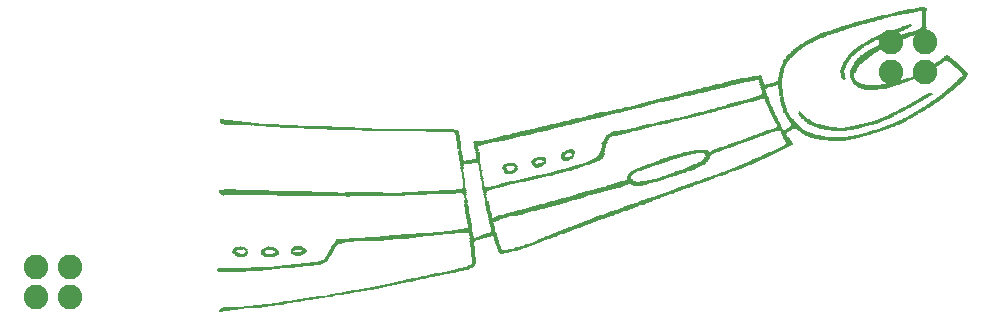
<source format=gbs>
G04 EAGLE Gerber X2 export*
G75*
%MOMM*%
%FSLAX34Y34*%
%LPD*%
%AMOC8*
5,1,8,0,0,1.08239X$1,22.5*%
G01*
%ADD10C,2.082800*%
%ADD11R,0.194666X0.038931*%
%ADD12R,0.389331X0.038934*%
%ADD13R,0.622931X0.038931*%
%ADD14R,0.856528X0.038934*%
%ADD15R,1.206928X0.038934*%
%ADD16R,1.440528X0.038931*%
%ADD17R,1.401594X0.038934*%
%ADD18R,1.829859X0.038934*%
%ADD19R,2.141325X0.038931*%
%ADD20R,2.842122X0.038934*%
%ADD21R,2.608522X0.038931*%
%ADD22R,1.868794X0.038934*%
%ADD23R,1.557328X0.038934*%
%ADD24R,1.440525X0.038931*%
%ADD25R,1.479459X0.038934*%
%ADD26R,1.090128X0.038934*%
%ADD27R,1.051197X0.038931*%
%ADD28R,0.895463X0.038934*%
%ADD29R,0.934394X0.038934*%
%ADD30R,1.129059X0.038931*%
%ADD31R,0.973328X0.038934*%
%ADD32R,0.934394X0.038931*%
%ADD33R,0.895466X0.038934*%
%ADD34R,0.934397X0.038931*%
%ADD35R,1.012259X0.038934*%
%ADD36R,1.129063X0.038934*%
%ADD37R,1.090128X0.038931*%
%ADD38R,0.973331X0.038931*%
%ADD39R,1.012266X0.038934*%
%ADD40R,0.778666X0.038931*%
%ADD41R,0.545063X0.038934*%
%ADD42R,0.583997X0.038931*%
%ADD43R,0.778663X0.038934*%
%ADD44R,1.051194X0.038931*%
%ADD45R,1.051197X0.038934*%
%ADD46R,0.895463X0.038931*%
%ADD47R,0.856531X0.038934*%
%ADD48R,0.934397X0.038934*%
%ADD49R,0.856528X0.038931*%
%ADD50R,1.012266X0.038931*%
%ADD51R,0.973331X0.038934*%
%ADD52R,0.817594X0.038934*%
%ADD53R,0.778663X0.038931*%
%ADD54R,0.739728X0.038934*%
%ADD55R,0.778666X0.038934*%
%ADD56R,0.739731X0.038931*%
%ADD57R,0.739734X0.038931*%
%ADD58R,1.012263X0.038931*%
%ADD59R,0.817594X0.038931*%
%ADD60R,0.895459X0.038934*%
%ADD61R,1.012259X0.038931*%
%ADD62R,1.596259X0.038934*%
%ADD63R,2.374922X0.038931*%
%ADD64R,2.958919X0.038934*%
%ADD65R,3.815450X0.038934*%
%ADD66R,4.321581X0.038931*%
%ADD67R,4.555181X0.038934*%
%ADD68R,1.012263X0.038934*%
%ADD69R,4.866647X0.038931*%
%ADD70R,5.217047X0.038934*%
%ADD71R,2.842125X0.038934*%
%ADD72R,0.739731X0.038934*%
%ADD73R,2.413856X0.038931*%
%ADD74R,0.661866X0.038931*%
%ADD75R,2.258125X0.038934*%
%ADD76R,0.622931X0.038934*%
%ADD77R,2.258128X0.038931*%
%ADD78R,2.063456X0.038934*%
%ADD79R,0.467197X0.038934*%
%ADD80R,2.141322X0.038934*%
%ADD81R,0.428266X0.038934*%
%ADD82R,0.272534X0.038931*%
%ADD83R,2.297056X0.038934*%
%ADD84R,0.272531X0.038934*%
%ADD85R,2.063459X0.038934*%
%ADD86R,0.233597X0.038934*%
%ADD87R,1.751991X0.038931*%
%ADD88R,0.272531X0.038931*%
%ADD89R,1.440525X0.038934*%
%ADD90R,0.311463X0.038934*%
%ADD91R,1.129063X0.038931*%
%ADD92R,0.311463X0.038931*%
%ADD93R,0.700800X0.038934*%
%ADD94R,0.622934X0.038931*%
%ADD95R,0.506134X0.038934*%
%ADD96R,0.467200X0.038934*%
%ADD97R,0.350397X0.038934*%
%ADD98R,0.428269X0.038931*%
%ADD99R,0.350397X0.038931*%
%ADD100R,0.350400X0.038934*%
%ADD101R,0.311466X0.038934*%
%ADD102R,0.311466X0.038931*%
%ADD103R,0.272534X0.038934*%
%ADD104R,0.389331X0.038931*%
%ADD105R,0.545063X0.038931*%
%ADD106R,0.233600X0.038934*%
%ADD107R,0.350400X0.038931*%
%ADD108R,1.167994X0.038934*%
%ADD109R,0.584000X0.038934*%
%ADD110R,1.245863X0.038931*%
%ADD111R,0.428263X0.038934*%
%ADD112R,0.506131X0.038931*%
%ADD113R,0.233597X0.038931*%
%ADD114R,1.129066X0.038931*%
%ADD115R,0.622928X0.038934*%
%ADD116R,0.194666X0.038934*%
%ADD117R,0.233600X0.038931*%
%ADD118R,0.467197X0.038931*%
%ADD119R,0.233603X0.038934*%
%ADD120R,1.284797X0.038931*%
%ADD121R,1.440528X0.038934*%
%ADD122R,0.428266X0.038931*%
%ADD123R,1.167997X0.038934*%
%ADD124R,0.817600X0.038934*%
%ADD125R,1.090131X0.038931*%
%ADD126R,0.700797X0.038931*%
%ADD127R,0.545066X0.038931*%
%ADD128R,0.817597X0.038931*%
%ADD129R,0.077869X0.038934*%
%ADD130R,0.077866X0.038934*%
%ADD131R,0.622934X0.038934*%
%ADD132R,0.700797X0.038934*%
%ADD133R,0.661863X0.038934*%
%ADD134R,0.622928X0.038931*%
%ADD135R,0.467200X0.038931*%
%ADD136R,0.817597X0.038934*%
%ADD137R,1.090131X0.038934*%
%ADD138R,0.545066X0.038934*%
%ADD139R,1.557328X0.038931*%
%ADD140R,0.428263X0.038931*%
%ADD141R,3.231453X0.038934*%
%ADD142R,4.126916X0.038931*%
%ADD143R,4.438378X0.038934*%
%ADD144R,0.583997X0.038934*%
%ADD145R,4.087981X0.038931*%
%ADD146R,4.126916X0.038934*%
%ADD147R,1.051194X0.038934*%
%ADD148R,4.087984X0.038934*%
%ADD149R,1.129059X0.038934*%
%ADD150R,4.126919X0.038931*%
%ADD151R,0.739728X0.038931*%
%ADD152R,3.893319X0.038934*%
%ADD153R,0.700794X0.038934*%
%ADD154R,3.270388X0.038931*%
%ADD155R,0.895466X0.038931*%
%ADD156R,3.309322X0.038934*%
%ADD157R,1.362659X0.038934*%
%ADD158R,3.309316X0.038931*%
%ADD159R,1.206931X0.038931*%
%ADD160R,3.192519X0.038934*%
%ADD161R,2.919987X0.038934*%
%ADD162R,2.647456X0.038931*%
%ADD163R,2.686387X0.038934*%
%ADD164R,2.491725X0.038931*%
%ADD165R,2.335991X0.038934*%
%ADD166R,0.583994X0.038934*%
%ADD167R,2.803191X0.038934*%
%ADD168R,2.335991X0.038931*%
%ADD169R,2.024525X0.038934*%
%ADD170R,1.713063X0.038931*%
%ADD171R,1.479463X0.038934*%
%ADD172R,1.245863X0.038934*%
%ADD173R,0.583994X0.038931*%
%ADD174R,0.778659X0.038934*%
%ADD175R,1.206925X0.038934*%
%ADD176R,0.973328X0.038931*%
%ADD177R,0.934400X0.038931*%
%ADD178R,1.323728X0.038931*%
%ADD179R,0.311469X0.038934*%
%ADD180R,1.362663X0.038934*%
%ADD181R,0.311469X0.038931*%
%ADD182R,1.479459X0.038931*%
%ADD183R,0.895459X0.038931*%
%ADD184R,1.362663X0.038931*%
%ADD185R,1.323728X0.038934*%
%ADD186R,1.284791X0.038934*%
%ADD187R,1.284794X0.038931*%
%ADD188R,1.284794X0.038934*%
%ADD189R,1.401594X0.038931*%
%ADD190R,1.401597X0.038934*%
%ADD191R,1.518394X0.038934*%
%ADD192R,1.557325X0.038934*%
%ADD193R,1.596259X0.038931*%
%ADD194R,1.518394X0.038931*%
%ADD195R,1.479456X0.038931*%
%ADD196R,0.856531X0.038931*%
%ADD197R,1.206928X0.038931*%
%ADD198R,5.217044X0.038934*%
%ADD199R,0.038931X0.038934*%
%ADD200R,10.901288X0.038934*%
%ADD201R,12.964744X0.038931*%
%ADD202R,17.403128X0.038934*%
%ADD203R,18.337522X0.038934*%
%ADD204R,0.661866X0.038934*%
%ADD205R,19.232988X0.038931*%
%ADD206R,1.401597X0.038931*%
%ADD207R,19.933781X0.038934*%
%ADD208R,10.044756X0.038931*%
%ADD209R,3.192522X0.038931*%
%ADD210R,4.905578X0.038931*%
%ADD211R,0.389334X0.038931*%
%ADD212R,1.362659X0.038931*%
%ADD213R,8.098100X0.038934*%
%ADD214R,5.178113X0.038934*%
%ADD215R,7.864500X0.038934*%
%ADD216R,4.126919X0.038934*%
%ADD217R,5.178113X0.038931*%
%ADD218R,3.542919X0.038931*%
%ADD219R,1.401591X0.038931*%
%ADD220R,4.165850X0.038934*%
%ADD221R,2.297059X0.038934*%
%ADD222R,1.751991X0.038934*%
%ADD223R,0.700800X0.038931*%
%ADD224R,0.506131X0.038934*%
%ADD225R,1.401591X0.038934*%
%ADD226R,1.284791X0.038931*%
%ADD227R,0.700794X0.038931*%
%ADD228R,2.881053X0.038934*%
%ADD229R,0.194669X0.038934*%
%ADD230R,2.919984X0.038934*%
%ADD231R,0.194669X0.038931*%
%ADD232R,2.919987X0.038931*%
%ADD233R,1.635194X0.038934*%
%ADD234R,0.233603X0.038931*%
%ADD235R,1.167994X0.038931*%
%ADD236R,0.661863X0.038931*%
%ADD237R,0.389334X0.038934*%
%ADD238R,0.739734X0.038934*%
%ADD239R,0.584000X0.038931*%
%ADD240R,1.713059X0.038934*%
%ADD241R,1.713059X0.038931*%
%ADD242R,1.090125X0.038934*%
%ADD243R,0.506128X0.038931*%
%ADD244R,2.608522X0.038934*%
%ADD245R,1.829859X0.038931*%
%ADD246R,1.674125X0.038934*%
%ADD247R,1.167997X0.038931*%
%ADD248R,0.506128X0.038934*%
%ADD249R,0.038934X0.038931*%
%ADD250R,0.428269X0.038934*%
%ADD251R,1.790925X0.038934*%
%ADD252R,1.868791X0.038934*%
%ADD253R,1.635194X0.038931*%
%ADD254R,0.350403X0.038934*%
%ADD255R,2.102391X0.038934*%
%ADD256R,1.479456X0.038934*%
%ADD257R,3.153584X0.038931*%
%ADD258R,3.542919X0.038934*%
%ADD259R,3.854384X0.038934*%
%ADD260R,1.674128X0.038931*%
%ADD261R,1.596263X0.038931*%
%ADD262R,1.674125X0.038931*%
%ADD263R,1.596263X0.038934*%
%ADD264R,2.725322X0.038931*%
%ADD265R,5.723175X0.038934*%
%ADD266R,1.674128X0.038934*%
%ADD267R,7.124769X0.038931*%
%ADD268R,7.942369X0.038934*%
%ADD269R,9.188228X0.038934*%
%ADD270R,10.473022X0.038931*%
%ADD271R,2.569587X0.038931*%
%ADD272R,5.100244X0.038934*%
%ADD273R,2.997850X0.038934*%
%ADD274R,5.255975X0.038931*%
%ADD275R,3.348250X0.038931*%
%ADD276R,5.255978X0.038934*%
%ADD277R,5.567441X0.038934*%
%ADD278R,4.983447X0.038931*%
%ADD279R,3.620784X0.038934*%
%ADD280R,3.387184X0.038931*%
%ADD281R,0.038934X0.038934*%
%ADD282R,2.297056X0.038931*%
%ADD283R,0.506134X0.038931*%
%ADD284R,3.426119X0.038934*%
%ADD285R,2.569591X0.038934*%
%ADD286R,1.518391X0.038934*%
%ADD287R,2.219191X0.038931*%
%ADD288R,1.518397X0.038931*%
%ADD289R,0.545069X0.038934*%
%ADD290R,1.479463X0.038931*%
%ADD291R,0.155734X0.038934*%
%ADD292R,1.245859X0.038934*%
%ADD293R,1.245859X0.038931*%
%ADD294R,1.206931X0.038934*%
%ADD295R,1.323725X0.038934*%
%ADD296R,1.323725X0.038931*%
%ADD297R,0.155731X0.038934*%
%ADD298R,1.790925X0.038931*%
%ADD299R,2.180259X0.038934*%
%ADD300R,2.452794X0.038934*%
%ADD301R,2.686391X0.038931*%
%ADD302R,3.036791X0.038931*%
%ADD303R,1.518397X0.038934*%
%ADD304R,3.192522X0.038934*%
%ADD305R,3.387184X0.038934*%
%ADD306R,0.116800X0.038934*%
%ADD307R,1.946656X0.038931*%
%ADD308R,0.077869X0.038931*%
%ADD309R,1.090125X0.038931*%
%ADD310R,0.934400X0.038934*%
%ADD311R,1.129066X0.038934*%


D10*
X747522Y215900D03*
X776478Y215900D03*
X747522Y241300D03*
X776478Y241300D03*
X23622Y25400D03*
X52578Y25400D03*
X23622Y50800D03*
X52578Y50800D03*
D11*
X180136Y12700D03*
D12*
X180720Y13089D03*
D13*
X181888Y13479D03*
D14*
X183445Y13868D03*
D15*
X185197Y14257D03*
D16*
X186755Y14647D03*
D17*
X187339Y15036D03*
D18*
X190648Y15425D03*
D19*
X192984Y15815D03*
D20*
X197267Y16204D03*
D21*
X202717Y16593D03*
D22*
X209531Y16983D03*
D23*
X212645Y17372D03*
D24*
X215176Y17761D03*
D25*
X218485Y18151D03*
D23*
X222378Y18540D03*
D16*
X225688Y18929D03*
D26*
X228218Y19319D03*
D27*
X230749Y19708D03*
D28*
X233474Y20097D03*
D29*
X236005Y20487D03*
D30*
X238536Y20876D03*
D31*
X240482Y21265D03*
D32*
X242624Y21655D03*
D33*
X244765Y22044D03*
X247101Y22433D03*
D34*
X250021Y22823D03*
D35*
X252746Y23212D03*
D36*
X255666Y23601D03*
D37*
X257808Y23991D03*
D31*
X260338Y24380D03*
D38*
X263064Y24769D03*
D39*
X265594Y25159D03*
D31*
X268125Y25548D03*
D40*
X270656Y25937D03*
D41*
X272213Y26327D03*
D42*
X274354Y26716D03*
D43*
X276885Y27105D03*
D29*
X279221Y27495D03*
D44*
X281752Y27884D03*
D45*
X284477Y28273D03*
D46*
X286813Y28663D03*
D47*
X288954Y29052D03*
D48*
X291290Y29441D03*
D32*
X293626Y29831D03*
D29*
X295573Y30220D03*
D28*
X297714Y30609D03*
D49*
X299855Y30999D03*
D29*
X302191Y31388D03*
D50*
X304917Y31777D03*
D39*
X306863Y32167D03*
D51*
X309005Y32556D03*
D34*
X311146Y32945D03*
D14*
X313093Y33335D03*
D52*
X315234Y33724D03*
D53*
X316986Y34113D03*
D43*
X318933Y34503D03*
D53*
X320879Y34892D03*
D54*
X322631Y35281D03*
D55*
X324383Y35671D03*
D56*
X326135Y36060D03*
D55*
X327887Y36449D03*
D57*
X329639Y36839D03*
D43*
X331391Y37228D03*
D47*
X332949Y37617D03*
D34*
X335285Y38007D03*
D29*
X337621Y38396D03*
D34*
X339178Y38785D03*
D48*
X340346Y39175D03*
D29*
X341903Y39564D03*
D58*
X343850Y39953D03*
D48*
X346186Y40343D03*
D47*
X348133Y40732D03*
D53*
X349690Y41121D03*
D43*
X351247Y41511D03*
D59*
X352610Y41900D03*
D29*
X354362Y42289D03*
D60*
X356893Y42679D03*
D37*
X359423Y43068D03*
D31*
X360786Y43457D03*
D34*
X362538Y43847D03*
D51*
X364290Y44236D03*
D39*
X365653Y44625D03*
D38*
X367794Y45015D03*
D33*
X370130Y45404D03*
D29*
X372271Y45793D03*
D61*
X373829Y46183D03*
D62*
X186365Y46572D03*
D28*
X375581Y46572D03*
D63*
X189480Y46961D03*
D49*
X377332Y46961D03*
D64*
X192400Y47351D03*
D52*
X379474Y47351D03*
D65*
X196683Y47740D03*
D28*
X381810Y47740D03*
D66*
X199213Y48129D03*
D58*
X383562Y48129D03*
D67*
X200771Y48519D03*
D68*
X385119Y48519D03*
D69*
X202328Y48908D03*
D58*
X386287Y48908D03*
D70*
X204080Y49297D03*
D33*
X387260Y49297D03*
D71*
X220237Y49687D03*
D72*
X388818Y49687D03*
D73*
X226661Y50076D03*
D74*
X389596Y50076D03*
D75*
X231722Y50465D03*
D76*
X390570Y50465D03*
D77*
X236394Y50855D03*
D42*
X391154Y50855D03*
D78*
X239704Y51244D03*
D79*
X392127Y51244D03*
D80*
X243208Y51633D03*
D81*
X392322Y51633D03*
D63*
X247101Y52023D03*
D82*
X393490Y52023D03*
D83*
X251384Y52412D03*
D84*
X393879Y52412D03*
D85*
X254498Y52801D03*
D86*
X394074Y52801D03*
D87*
X256834Y53191D03*
D88*
X394268Y53191D03*
D89*
X259170Y53580D03*
D90*
X394463Y53580D03*
D91*
X261896Y53969D03*
D92*
X394463Y53969D03*
D33*
X264232Y54358D03*
D90*
X394463Y54358D03*
D93*
X265984Y54748D03*
D90*
X394463Y54748D03*
D94*
X266762Y55137D03*
D92*
X394463Y55137D03*
D95*
X267346Y55526D03*
D90*
X394463Y55526D03*
D96*
X267930Y55916D03*
D97*
X394268Y55916D03*
D98*
X268514Y56305D03*
D99*
X394268Y56305D03*
D100*
X268904Y56694D03*
D97*
X394268Y56694D03*
D99*
X269293Y57084D03*
X394268Y57084D03*
D97*
X269682Y57473D03*
X394268Y57473D03*
D101*
X269877Y57862D03*
D97*
X394268Y57862D03*
D102*
X270266Y58252D03*
D99*
X394268Y58252D03*
D103*
X270461Y58641D03*
D97*
X394268Y58641D03*
D104*
X197072Y59030D03*
D105*
X221600Y59030D03*
D102*
X270656Y59030D03*
D104*
X394074Y59030D03*
D106*
X195515Y59420D03*
D84*
X198824Y59420D03*
D43*
X221210Y59420D03*
D84*
X270850Y59420D03*
D12*
X394074Y59420D03*
D54*
X197267Y59809D03*
D28*
X221405Y59809D03*
D101*
X271045Y59809D03*
D100*
X393879Y59809D03*
D49*
X197072Y60198D03*
D44*
X221405Y60198D03*
D82*
X245544Y60198D03*
D92*
X271434Y60198D03*
D107*
X393879Y60198D03*
D48*
X197072Y60588D03*
D108*
X221600Y60588D03*
D109*
X245544Y60588D03*
D84*
X271629Y60588D03*
D100*
X393879Y60588D03*
D61*
X197072Y60977D03*
D110*
X221600Y60977D03*
D40*
X245738Y60977D03*
D102*
X271824Y60977D03*
D107*
X393879Y60977D03*
D26*
X197072Y61366D03*
D111*
X217123Y61366D03*
D76*
X225882Y61366D03*
D33*
X245933Y61366D03*
D101*
X272213Y61366D03*
D100*
X393879Y61366D03*
D41*
X193568Y61756D03*
D84*
X201549Y61756D03*
D100*
X216344Y61756D03*
D81*
X226856Y61756D03*
D68*
X245738Y61756D03*
D103*
X272408Y61756D03*
D100*
X393879Y61756D03*
D112*
X192984Y62145D03*
D113*
X201744Y62145D03*
D92*
X215760Y62145D03*
D102*
X227440Y62145D03*
D114*
X245933Y62145D03*
D82*
X272408Y62145D03*
D104*
X393684Y62145D03*
D99*
X418407Y62145D03*
D79*
X192400Y62534D03*
D86*
X201744Y62534D03*
D84*
X215565Y62534D03*
D103*
X227634Y62534D03*
D15*
X245933Y62534D03*
D84*
X272797Y62534D03*
D12*
X393684Y62534D03*
D115*
X418991Y62534D03*
D81*
X191816Y62924D03*
D116*
X201939Y62924D03*
D84*
X215565Y62924D03*
D103*
X227634Y62924D03*
D12*
X241456Y62924D03*
D109*
X249437Y62924D03*
D84*
X273186Y62924D03*
D12*
X393684Y62924D03*
D52*
X419964Y62924D03*
D99*
X191427Y63313D03*
D11*
X201939Y63313D03*
D113*
X215371Y63313D03*
D82*
X227634Y63313D03*
D117*
X240677Y63313D03*
D118*
X250410Y63313D03*
D92*
X273381Y63313D03*
D104*
X393684Y63313D03*
D58*
X420548Y63313D03*
D84*
X191037Y63702D03*
D116*
X201939Y63702D03*
D84*
X215565Y63702D03*
D119*
X227440Y63702D03*
D116*
X240482Y63702D03*
D12*
X250800Y63702D03*
D101*
X273770Y63702D03*
D12*
X393684Y63702D03*
D36*
X421132Y63702D03*
D11*
X191037Y64092D03*
D113*
X201744Y64092D03*
D88*
X215565Y64092D03*
D117*
X227050Y64092D03*
D113*
X240288Y64092D03*
D99*
X250994Y64092D03*
D102*
X273770Y64092D03*
D99*
X393490Y64092D03*
D120*
X421911Y64092D03*
D86*
X191232Y64481D03*
X201744Y64481D03*
D84*
X215955Y64481D03*
D103*
X226856Y64481D03*
D116*
X240482Y64481D03*
D90*
X251189Y64481D03*
D84*
X273965Y64481D03*
D12*
X393295Y64481D03*
D121*
X422690Y64481D03*
D97*
X191816Y64870D03*
D86*
X201744Y64870D03*
D101*
X216539Y64870D03*
D103*
X226466Y64870D03*
D84*
X240872Y64870D03*
X250994Y64870D03*
D101*
X274160Y64870D03*
D12*
X393295Y64870D03*
X417044Y64870D03*
D68*
X426388Y64870D03*
D112*
X192984Y65260D03*
D88*
X201549Y65260D03*
D122*
X217512Y65260D03*
D102*
X225882Y65260D03*
D99*
X241650Y65260D03*
D102*
X250800Y65260D03*
D82*
X274354Y65260D03*
D104*
X393295Y65260D03*
D107*
X416850Y65260D03*
D34*
X428335Y65260D03*
D14*
X194736Y65649D03*
D86*
X200965Y65649D03*
D108*
X221600Y65649D03*
D123*
X246128Y65649D03*
D101*
X274549Y65649D03*
D12*
X393295Y65649D03*
D103*
X416460Y65649D03*
D124*
X430087Y65649D03*
D37*
X196293Y66038D03*
D44*
X221405Y66038D03*
D125*
X246128Y66038D03*
D107*
X274744Y66038D03*
D104*
X393295Y66038D03*
D88*
X416071Y66038D03*
D126*
X431450Y66038D03*
D68*
X196293Y66428D03*
D29*
X221600Y66428D03*
D45*
X245933Y66428D03*
D97*
X275133Y66428D03*
D12*
X393295Y66428D03*
D84*
X416071Y66428D03*
D54*
X432812Y66428D03*
D60*
X196488Y66817D03*
D54*
X221405Y66817D03*
D33*
X245933Y66817D03*
D12*
X275328Y66817D03*
X393295Y66817D03*
D84*
X415682Y66817D03*
D43*
X433786Y66817D03*
D126*
X196683Y67206D03*
D127*
X221210Y67206D03*
D40*
X245738Y67206D03*
D99*
X275522Y67206D03*
D104*
X393295Y67206D03*
D117*
X415487Y67206D03*
D128*
X434759Y67206D03*
D129*
X197461Y67596D03*
D130*
X221210Y67596D03*
D131*
X245349Y67596D03*
D97*
X275522Y67596D03*
D12*
X393295Y67596D03*
D84*
X415292Y67596D03*
D132*
X436511Y67596D03*
D100*
X275912Y67985D03*
X393100Y67985D03*
D84*
X415292Y67985D03*
D133*
X437484Y67985D03*
D99*
X276301Y68374D03*
D107*
X393100Y68374D03*
D113*
X415098Y68374D03*
D42*
X439042Y68374D03*
D100*
X276690Y68764D03*
X393100Y68764D03*
D84*
X414903Y68764D03*
D115*
X440015Y68764D03*
D99*
X277080Y69153D03*
D104*
X392906Y69153D03*
D88*
X414903Y69153D03*
D134*
X441183Y69153D03*
D12*
X277274Y69542D03*
X392906Y69542D03*
D101*
X414708Y69542D03*
D41*
X442740Y69542D03*
D12*
X277664Y69932D03*
X392906Y69932D03*
D101*
X414708Y69932D03*
D96*
X443519Y69932D03*
D105*
X278442Y70321D03*
D104*
X392906Y70321D03*
D102*
X414319Y70321D03*
D98*
X444492Y70321D03*
D76*
X279221Y70710D03*
D12*
X392906Y70710D03*
D101*
X414319Y70710D03*
D81*
X445660Y70710D03*
D126*
X280000Y71100D03*
D104*
X392906Y71100D03*
D102*
X414319Y71100D03*
D135*
X446634Y71100D03*
D136*
X280973Y71489D03*
D12*
X392906Y71489D03*
D101*
X413930Y71489D03*
D95*
X447607Y71489D03*
D137*
X282336Y71878D03*
D12*
X392906Y71878D03*
D101*
X413930Y71878D03*
D138*
X448580Y71878D03*
D139*
X285061Y72268D03*
D140*
X393100Y72268D03*
D99*
X413735Y72268D03*
D127*
X449748Y72268D03*
D141*
X293432Y72657D03*
D79*
X393295Y72657D03*
D97*
X413735Y72657D03*
D138*
X450527Y72657D03*
D142*
X298298Y73046D03*
D42*
X393879Y73046D03*
D92*
X413540Y73046D03*
D42*
X451500Y73046D03*
D143*
X299855Y73436D03*
D54*
X394658Y73436D03*
D97*
X413346Y73436D03*
D115*
X452474Y73436D03*
D143*
X303749Y73825D03*
D14*
X395242Y73825D03*
D97*
X413346Y73825D03*
D144*
X453447Y73825D03*
D145*
X309394Y74214D03*
D32*
X395631Y74214D03*
D99*
X413346Y74214D03*
D134*
X454420Y74214D03*
D146*
X314261Y74604D03*
D147*
X396215Y74604D03*
D100*
X412956Y74604D03*
D76*
X455199Y74604D03*
D148*
X319517Y74993D03*
D149*
X396604Y74993D03*
D100*
X412956Y74993D03*
D133*
X456172Y74993D03*
D150*
X322437Y75382D03*
D99*
X392711Y75382D03*
D151*
X399330Y75382D03*
D107*
X412956Y75382D03*
D74*
X456951Y75382D03*
D152*
X326330Y75772D03*
D90*
X392516Y75772D03*
D52*
X400887Y75772D03*
D12*
X412762Y75772D03*
D153*
X457924Y75772D03*
D154*
X331002Y76161D03*
D92*
X392516Y76161D03*
D155*
X402834Y76161D03*
D99*
X412567Y76161D03*
D53*
X459092Y76161D03*
D141*
X335090Y76550D03*
D90*
X392516Y76550D03*
D48*
X404196Y76550D03*
D12*
X412372Y76550D03*
D43*
X460260Y76550D03*
D156*
X339762Y76940D03*
D97*
X392322Y76940D03*
D157*
X407506Y76940D03*
D72*
X461233Y76940D03*
D158*
X344045Y77329D03*
D99*
X392322Y77329D03*
D159*
X407895Y77329D03*
D151*
X462012Y77329D03*
D160*
X348911Y77718D03*
D97*
X392322Y77718D03*
D36*
X408284Y77718D03*
D93*
X462985Y77718D03*
D161*
X353778Y78108D03*
D97*
X392322Y78108D03*
D45*
X408674Y78108D03*
D72*
X463959Y78108D03*
D162*
X359034Y78497D03*
D99*
X392322Y78497D03*
D46*
X409063Y78497D03*
D56*
X465127Y78497D03*
D163*
X361954Y78886D03*
D97*
X392322Y78886D03*
D55*
X409647Y78886D03*
D72*
X465905Y78886D03*
D164*
X366042Y79276D03*
D102*
X392127Y79276D03*
D126*
X410036Y79276D03*
D128*
X467073Y79276D03*
D165*
X371493Y79665D03*
D101*
X391348Y79665D03*
D166*
X410231Y79665D03*
D136*
X468241Y79665D03*
D167*
X378890Y80054D03*
D79*
X410426Y80054D03*
D124*
X469409Y80054D03*
D168*
X381226Y80444D03*
D104*
X410426Y80444D03*
D128*
X470188Y80444D03*
D169*
X382783Y80833D03*
D97*
X410620Y80833D03*
D43*
X471161Y80833D03*
D170*
X384340Y81222D03*
D99*
X410620Y81222D03*
D49*
X472329Y81222D03*
D171*
X385508Y81612D03*
D97*
X410620Y81612D03*
D47*
X473108Y81612D03*
D172*
X386676Y82001D03*
D97*
X410620Y82001D03*
D14*
X474276Y82001D03*
D50*
X387844Y82390D03*
D99*
X410620Y82390D03*
D128*
X475249Y82390D03*
D93*
X389402Y82780D03*
D97*
X410620Y82780D03*
D52*
X476417Y82780D03*
D84*
X391154Y83169D03*
D97*
X410620Y83169D03*
D43*
X477391Y83169D03*
D88*
X391154Y83558D03*
D102*
X410426Y83558D03*
D53*
X478559Y83558D03*
D101*
X390959Y83948D03*
X410426Y83948D03*
D72*
X479532Y83948D03*
D102*
X390959Y84337D03*
D107*
X410231Y84337D03*
D53*
X480505Y84337D03*
D101*
X390959Y84726D03*
D100*
X410231Y84726D03*
D43*
X481673Y84726D03*
D101*
X390959Y85116D03*
X410036Y85116D03*
D55*
X482452Y85116D03*
D88*
X390764Y85505D03*
D102*
X410036Y85505D03*
D128*
X483425Y85505D03*
D84*
X390764Y85894D03*
D90*
X409647Y85894D03*
D124*
X484593Y85894D03*
D88*
X390764Y86284D03*
D92*
X409647Y86284D03*
D40*
X485567Y86284D03*
D84*
X390764Y86673D03*
X409452Y86673D03*
D124*
X486540Y86673D03*
D84*
X390764Y87062D03*
X409452Y87062D03*
D55*
X487903Y87062D03*
D92*
X390570Y87452D03*
D102*
X409258Y87452D03*
D53*
X489071Y87452D03*
D90*
X390570Y87841D03*
D84*
X409063Y87841D03*
D43*
X490239Y87841D03*
D92*
X390570Y88230D03*
D88*
X409063Y88230D03*
D128*
X491212Y88230D03*
D90*
X390570Y88620D03*
D84*
X409063Y88620D03*
D52*
X491991Y88620D03*
D90*
X390570Y89009D03*
D97*
X409452Y89009D03*
D52*
X492769Y89009D03*
D88*
X390375Y89398D03*
D173*
X410231Y89398D03*
D49*
X493743Y89398D03*
D101*
X390180Y89788D03*
D153*
X410815Y89788D03*
D14*
X494521Y89788D03*
D101*
X390180Y90177D03*
D174*
X411204Y90177D03*
D28*
X495495Y90177D03*
D88*
X389986Y90566D03*
D49*
X411594Y90566D03*
D46*
X496663Y90566D03*
D84*
X389986Y90956D03*
D31*
X411788Y90956D03*
D14*
X498025Y90956D03*
D88*
X389986Y91345D03*
D37*
X412372Y91345D03*
D46*
X498999Y91345D03*
D103*
X389596Y91734D03*
D175*
X412956Y91734D03*
D29*
X499972Y91734D03*
D103*
X389596Y92124D03*
D101*
X408479Y92124D03*
D28*
X415682Y92124D03*
D48*
X501140Y92124D03*
D82*
X389596Y92513D03*
D107*
X408284Y92513D03*
D34*
X417044Y92513D03*
D38*
X502113Y92513D03*
D103*
X389596Y92902D03*
D100*
X408284Y92902D03*
D31*
X418018Y92902D03*
D48*
X503087Y92902D03*
D103*
X389596Y93292D03*
D100*
X408284Y93292D03*
D48*
X418991Y93292D03*
X504255Y93292D03*
D117*
X389402Y93681D03*
D102*
X408090Y93681D03*
D176*
X420354Y93681D03*
D177*
X505423Y93681D03*
D106*
X389402Y94070D03*
D101*
X408090Y94070D03*
D36*
X423079Y94070D03*
D48*
X506591Y94070D03*
D88*
X389207Y94460D03*
D107*
X407895Y94460D03*
D178*
X424831Y94460D03*
D34*
X507759Y94460D03*
D84*
X389207Y94849D03*
D179*
X407700Y94849D03*
D180*
X426972Y94849D03*
D28*
X508732Y94849D03*
D84*
X389207Y95238D03*
D179*
X407700Y95238D03*
D121*
X428140Y95238D03*
D33*
X509511Y95238D03*
D102*
X389012Y95628D03*
D181*
X407700Y95628D03*
D182*
X429114Y95628D03*
D183*
X510679Y95628D03*
D101*
X389012Y96017D03*
D103*
X407506Y96017D03*
D121*
X430476Y96017D03*
D35*
X512041Y96017D03*
D88*
X388818Y96406D03*
D181*
X407311Y96406D03*
D184*
X432034Y96406D03*
D44*
X513015Y96406D03*
D84*
X388818Y96796D03*
D103*
X407116Y96796D03*
D185*
X433396Y96796D03*
D35*
X513988Y96796D03*
D84*
X388818Y97185D03*
D103*
X407116Y97185D03*
D186*
X434759Y97185D03*
D29*
X514767Y97185D03*
D88*
X388818Y97574D03*
D82*
X407116Y97574D03*
D187*
X436316Y97574D03*
D34*
X515935Y97574D03*
D90*
X388623Y97964D03*
D103*
X406727Y97964D03*
D188*
X437874Y97964D03*
D28*
X516908Y97964D03*
D92*
X388623Y98353D03*
D82*
X406727Y98353D03*
D178*
X439236Y98353D03*
D32*
X518271Y98353D03*
D90*
X388623Y98742D03*
D103*
X406727Y98742D03*
D157*
X440988Y98742D03*
D29*
X519439Y98742D03*
D84*
X388428Y99132D03*
D103*
X406727Y99132D03*
D121*
X442546Y99132D03*
D28*
X520801Y99132D03*
D88*
X388428Y99521D03*
D117*
X406532Y99521D03*
D189*
X443908Y99521D03*
D49*
X522164Y99521D03*
D84*
X388428Y99910D03*
D103*
X406338Y99910D03*
D190*
X445466Y99910D03*
D48*
X522943Y99910D03*
D84*
X388428Y100300D03*
D103*
X406338Y100300D03*
D121*
X446828Y100300D03*
D48*
X524111Y100300D03*
D88*
X388428Y100689D03*
D82*
X406338Y100689D03*
D16*
X448386Y100689D03*
D46*
X525084Y100689D03*
D101*
X388234Y101078D03*
X406143Y101078D03*
D121*
X449943Y101078D03*
D48*
X526057Y101078D03*
D102*
X388234Y101468D03*
X406143Y101468D03*
D16*
X451500Y101468D03*
D38*
X527031Y101468D03*
D84*
X388039Y101857D03*
D101*
X406143Y101857D03*
D191*
X453058Y101857D03*
D48*
X528004Y101857D03*
D84*
X388039Y102246D03*
D101*
X406143Y102246D03*
D192*
X454810Y102246D03*
D48*
X528783Y102246D03*
D88*
X388039Y102636D03*
D107*
X405948Y102636D03*
D193*
X456172Y102636D03*
D46*
X529756Y102636D03*
D84*
X388039Y103025D03*
D179*
X405754Y103025D03*
D192*
X457146Y103025D03*
D31*
X531703Y103025D03*
D88*
X388039Y103414D03*
D181*
X405754Y103414D03*
D194*
X458508Y103414D03*
D44*
X532871Y103414D03*
D84*
X388039Y103804D03*
D179*
X405754Y103804D03*
D25*
X459871Y103804D03*
D68*
X533844Y103804D03*
D106*
X387844Y104193D03*
D103*
X405559Y104193D03*
D17*
X461039Y104193D03*
D31*
X534817Y104193D03*
D117*
X387844Y104582D03*
D82*
X405170Y104582D03*
D16*
X462401Y104582D03*
D59*
X535985Y104582D03*
D103*
X387650Y104972D03*
X405170Y104972D03*
D25*
X463764Y104972D03*
D14*
X537348Y104972D03*
D103*
X387650Y105361D03*
X405170Y105361D03*
D25*
X465321Y105361D03*
D28*
X538321Y105361D03*
D82*
X387650Y105750D03*
X405170Y105750D03*
D182*
X466489Y105750D03*
D32*
X539294Y105750D03*
D103*
X387650Y106140D03*
X405170Y106140D03*
D180*
X468241Y106140D03*
D48*
X540073Y106140D03*
D82*
X387650Y106529D03*
D117*
X404975Y106529D03*
D178*
X469604Y106529D03*
D34*
X541241Y106529D03*
D106*
X387455Y106918D03*
X404975Y106918D03*
D157*
X470967Y106918D03*
D28*
X542214Y106918D03*
D106*
X387455Y107308D03*
X404975Y107308D03*
D121*
X472913Y107308D03*
D28*
X543382Y107308D03*
D117*
X387455Y107697D03*
D113*
X404586Y107697D03*
D195*
X474276Y107697D03*
D155*
X544550Y107697D03*
D106*
X387455Y108086D03*
D86*
X404586Y108086D03*
D89*
X475639Y108086D03*
D28*
X545329Y108086D03*
D117*
X387455Y108476D03*
D113*
X404586Y108476D03*
D189*
X477001Y108476D03*
D196*
X546302Y108476D03*
D106*
X387455Y108865D03*
D86*
X404586Y108865D03*
D17*
X478169Y108865D03*
D47*
X547470Y108865D03*
D106*
X387066Y109254D03*
D86*
X404586Y109254D03*
D180*
X479532Y109254D03*
D136*
X548444Y109254D03*
D117*
X387066Y109644D03*
X404196Y109644D03*
D178*
X480895Y109644D03*
D56*
X549612Y109644D03*
D106*
X387066Y110033D03*
X404196Y110033D03*
D172*
X482063Y110033D03*
D133*
X550780Y110033D03*
D107*
X287592Y110422D03*
D117*
X387066Y110422D03*
X404196Y110422D03*
D197*
X483036Y110422D03*
D126*
X551753Y110422D03*
D198*
X299466Y110812D03*
D106*
X387066Y110812D03*
X404196Y110812D03*
D15*
X484204Y110812D03*
D54*
X553116Y110812D03*
D199*
X182472Y111201D03*
D200*
X282336Y111201D03*
D106*
X387066Y111201D03*
X404196Y111201D03*
D36*
X485372Y111201D03*
D43*
X554089Y111201D03*
D56*
X184808Y111590D03*
D201*
X280973Y111590D03*
D117*
X387066Y111590D03*
D88*
X404002Y111590D03*
D159*
X486540Y111590D03*
D126*
X555257Y111590D03*
D202*
X267736Y111980D03*
D103*
X386871Y111980D03*
D84*
X404002Y111980D03*
D17*
X488292Y111980D03*
D133*
X556620Y111980D03*
D203*
X272018Y112369D03*
D119*
X386676Y112369D03*
D86*
X403807Y112369D03*
D190*
X489460Y112369D03*
D204*
X557788Y112369D03*
D205*
X276106Y112758D03*
D82*
X386482Y112758D03*
D113*
X403807Y112758D03*
D206*
X490628Y112758D03*
D151*
X558956Y112758D03*
D207*
X279221Y113148D03*
D103*
X386482Y113148D03*
D86*
X403807Y113148D03*
D185*
X491796Y113148D03*
D43*
X559929Y113148D03*
D208*
X229776Y113537D03*
D209*
X301802Y113537D03*
D210*
X357866Y113537D03*
D211*
X385898Y113537D03*
D88*
X403612Y113537D03*
D212*
X493159Y113537D03*
D151*
X560513Y113537D03*
D213*
X219653Y113926D03*
D84*
X291485Y113926D03*
D214*
X361954Y113926D03*
D101*
X403807Y113926D03*
D25*
X494521Y113926D03*
D72*
X561681Y113926D03*
D215*
X218485Y114316D03*
D216*
X367210Y114316D03*
D97*
X404002Y114316D03*
D25*
X496079Y114316D03*
D72*
X562849Y114316D03*
D217*
X205053Y114705D03*
D218*
X370130Y114705D03*
D104*
X404196Y114705D03*
D219*
X497636Y114705D03*
D57*
X564017Y114705D03*
D220*
X199992Y115094D03*
D221*
X376359Y115094D03*
D95*
X404391Y115094D03*
D180*
X499388Y115094D03*
D72*
X564796Y115094D03*
D222*
X188312Y115484D03*
D171*
X380447Y115484D03*
D109*
X404780Y115484D03*
D180*
X500945Y115484D03*
D55*
X565769Y115484D03*
D27*
X187923Y115873D03*
D155*
X383367Y115873D03*
D223*
X405364Y115873D03*
D189*
X502697Y115873D03*
D56*
X567132Y115873D03*
D224*
X384924Y116262D03*
D55*
X405754Y116262D03*
D157*
X504449Y116262D03*
D93*
X568105Y116262D03*
D102*
X385898Y116652D03*
D34*
X406532Y116652D03*
D206*
X505812Y116652D03*
D151*
X569078Y116652D03*
D106*
X386287Y117041D03*
D137*
X407311Y117041D03*
D121*
X507175Y117041D03*
D54*
X570246Y117041D03*
D106*
X386287Y117430D03*
D188*
X407895Y117430D03*
D190*
X508927Y117430D03*
D136*
X571414Y117430D03*
D117*
X386287Y117820D03*
D88*
X402834Y117820D03*
D38*
X410620Y117820D03*
D182*
X509705Y117820D03*
D128*
X572193Y117820D03*
D106*
X386287Y118209D03*
D86*
X402639Y118209D03*
D31*
X411788Y118209D03*
D121*
X511068Y118209D03*
D47*
X573166Y118209D03*
D117*
X386287Y118598D03*
D113*
X402639Y118598D03*
D49*
X413540Y118598D03*
D189*
X512820Y118598D03*
D128*
X574140Y118598D03*
D106*
X386287Y118988D03*
D116*
X402444Y118988D03*
D43*
X415487Y118988D03*
D225*
X513988Y118988D03*
D43*
X575502Y118988D03*
D106*
X386287Y119377D03*
X402250Y119377D03*
D72*
X416850Y119377D03*
D89*
X514961Y119377D03*
D111*
X533260Y119377D03*
D72*
X576476Y119377D03*
D117*
X386287Y119766D03*
X402250Y119766D03*
D53*
X418212Y119766D03*
D219*
X515935Y119766D03*
D128*
X533649Y119766D03*
D151*
X577644Y119766D03*
D106*
X386287Y120156D03*
X402250Y120156D03*
D136*
X419575Y120156D03*
D157*
X517297Y120156D03*
D26*
X533844Y120156D03*
D132*
X578617Y120156D03*
D117*
X386287Y120545D03*
X402250Y120545D03*
D46*
X421132Y120545D03*
D226*
X518465Y120545D03*
D187*
X534428Y120545D03*
D227*
X579785Y120545D03*
D106*
X386287Y120934D03*
D116*
X402055Y120934D03*
D31*
X422690Y120934D03*
D228*
X527615Y120934D03*
D153*
X580953Y120934D03*
D229*
X386092Y121324D03*
D116*
X402055Y121324D03*
D68*
X424442Y121324D03*
D230*
X528588Y121324D03*
D93*
X582121Y121324D03*
D231*
X386092Y121713D03*
D113*
X401860Y121713D03*
D27*
X426194Y121713D03*
D232*
X529756Y121713D03*
D223*
X583289Y121713D03*
D119*
X385898Y122102D03*
D86*
X401860Y122102D03*
D45*
X427751Y122102D03*
D233*
X524500Y122102D03*
D15*
X539878Y122102D03*
D55*
X584457Y122102D03*
D119*
X385898Y122492D03*
D86*
X401860Y122492D03*
D68*
X429503Y122492D03*
D17*
X524889Y122492D03*
D123*
X541241Y122492D03*
D55*
X585625Y122492D03*
D234*
X385898Y122881D03*
D113*
X401860Y122881D03*
D176*
X431255Y122881D03*
D91*
X525084Y122881D03*
D235*
X542798Y122881D03*
D56*
X586598Y122881D03*
D119*
X385898Y123270D03*
D86*
X401860Y123270D03*
D31*
X433202Y123270D03*
D33*
X525473Y123270D03*
D36*
X544161Y123270D03*
D72*
X587766Y123270D03*
D234*
X385898Y123660D03*
D117*
X401471Y123660D03*
D32*
X434954Y123660D03*
D56*
X525863Y123660D03*
D125*
X545913Y123660D03*
D151*
X589324Y123660D03*
D119*
X385898Y124049D03*
D106*
X401471Y124049D03*
D31*
X436706Y124049D03*
D138*
X526057Y124049D03*
D31*
X547665Y124049D03*
D54*
X590102Y124049D03*
D229*
X385703Y124438D03*
D106*
X401471Y124438D03*
D29*
X438458Y124438D03*
D81*
X526252Y124438D03*
D47*
X549417Y124438D03*
D72*
X590881Y124438D03*
D231*
X385703Y124828D03*
D117*
X401471Y124828D03*
D176*
X440210Y124828D03*
D107*
X526252Y124828D03*
D53*
X550974Y124828D03*
D151*
X592049Y124828D03*
D229*
X385703Y125217D03*
D103*
X401276Y125217D03*
D68*
X441962Y125217D03*
D103*
X525863Y125217D03*
D132*
X552532Y125217D03*
X593022Y125217D03*
D117*
X385508Y125606D03*
X401082Y125606D03*
D38*
X443714Y125606D03*
D82*
X525863Y125606D03*
D74*
X553894Y125606D03*
D236*
X594385Y125606D03*
D106*
X385508Y125996D03*
X401082Y125996D03*
D39*
X445466Y125996D03*
D103*
X525863Y125996D03*
D133*
X555062Y125996D03*
D76*
X595358Y125996D03*
D116*
X385314Y126385D03*
D106*
X401082Y126385D03*
D45*
X447218Y126385D03*
D101*
X526057Y126385D03*
D54*
X556620Y126385D03*
D144*
X596332Y126385D03*
D11*
X385314Y126774D03*
D117*
X401082Y126774D03*
D58*
X448970Y126774D03*
D102*
X526057Y126774D03*
D53*
X557593Y126774D03*
D112*
X597500Y126774D03*
D116*
X385314Y127164D03*
D86*
X400692Y127164D03*
D45*
X450722Y127164D03*
D101*
X526057Y127164D03*
D43*
X559150Y127164D03*
D41*
X598862Y127164D03*
D116*
X385314Y127553D03*
D86*
X400692Y127553D03*
D147*
X452279Y127553D03*
D100*
X526252Y127553D03*
D72*
X560124Y127553D03*
D76*
X600030Y127553D03*
D11*
X385314Y127942D03*
D113*
X400692Y127942D03*
D176*
X454226Y127942D03*
D107*
X526641Y127942D03*
D53*
X561097Y127942D03*
D236*
X601393Y127942D03*
D106*
X385119Y128332D03*
D86*
X400692Y128332D03*
D29*
X455978Y128332D03*
D100*
X526641Y128332D03*
D55*
X561876Y128332D03*
D76*
X602366Y128332D03*
D117*
X385119Y128721D03*
D11*
X400498Y128721D03*
D34*
X457535Y128721D03*
D107*
X527031Y128721D03*
D53*
X563044Y128721D03*
D74*
X603340Y128721D03*
D106*
X385119Y129110D03*
D116*
X400498Y129110D03*
D28*
X459287Y129110D03*
D237*
X527225Y129110D03*
D72*
X564406Y129110D03*
D76*
X604313Y129110D03*
D116*
X384924Y129500D03*
D106*
X400303Y129500D03*
D96*
X424052Y129500D03*
D60*
X460844Y129500D03*
D12*
X527615Y129500D03*
D124*
X565574Y129500D03*
D204*
X605286Y129500D03*
D11*
X384924Y129889D03*
D117*
X400303Y129889D03*
D74*
X424247Y129889D03*
D196*
X462207Y129889D03*
D107*
X528199Y129889D03*
D128*
X566742Y129889D03*
D74*
X606454Y129889D03*
D116*
X384924Y130278D03*
D106*
X400303Y130278D03*
D55*
X424442Y130278D03*
D47*
X463764Y130278D03*
D12*
X528783Y130278D03*
D33*
X567910Y130278D03*
D204*
X607233Y130278D03*
D11*
X384924Y130668D03*
D117*
X400303Y130668D03*
D196*
X424831Y130668D03*
X465321Y130668D03*
D140*
X529367Y130668D03*
D34*
X569273Y130668D03*
D42*
X608012Y130668D03*
D106*
X384730Y131057D03*
X400303Y131057D03*
D48*
X424831Y131057D03*
D28*
X466684Y131057D03*
D41*
X529951Y131057D03*
D29*
X570052Y131057D03*
D144*
X609180Y131057D03*
D106*
X384730Y131446D03*
X400303Y131446D03*
D12*
X422106Y131446D03*
D237*
X427946Y131446D03*
D47*
X468047Y131446D03*
D138*
X530340Y131446D03*
D28*
X571025Y131446D03*
D144*
X610348Y131446D03*
D117*
X384730Y131836D03*
X400303Y131836D03*
D102*
X421716Y131836D03*
D107*
X428530Y131836D03*
D46*
X469409Y131836D03*
D112*
X531313Y131836D03*
D49*
X572388Y131836D03*
D42*
X611516Y131836D03*
D106*
X384730Y132225D03*
D84*
X400108Y132225D03*
D90*
X421327Y132225D03*
D97*
X428919Y132225D03*
D48*
X470772Y132225D03*
D138*
X532287Y132225D03*
D14*
X573556Y132225D03*
D41*
X612489Y132225D03*
D117*
X384730Y132614D03*
D113*
X399914Y132614D03*
D92*
X421327Y132614D03*
D107*
X429308Y132614D03*
D176*
X472135Y132614D03*
D134*
X533065Y132614D03*
D46*
X574529Y132614D03*
D42*
X613462Y132614D03*
D106*
X384730Y133003D03*
D86*
X399914Y133003D03*
D101*
X420938Y133003D03*
D97*
X429698Y133003D03*
D48*
X473497Y133003D03*
D76*
X533844Y133003D03*
D28*
X575308Y133003D03*
D76*
X614436Y133003D03*
D106*
X384730Y133393D03*
D86*
X399914Y133393D03*
D101*
X420548Y133393D03*
D90*
X429892Y133393D03*
D28*
X474860Y133393D03*
D115*
X535012Y133393D03*
D29*
X576281Y133393D03*
D204*
X615409Y133393D03*
D117*
X384730Y133782D03*
D113*
X399914Y133782D03*
D102*
X420548Y133782D03*
D88*
X430087Y133782D03*
D46*
X476417Y133782D03*
D134*
X536180Y133782D03*
D46*
X577254Y133782D03*
D227*
X616382Y133782D03*
D84*
X384535Y134171D03*
D86*
X399914Y134171D03*
D103*
X420354Y134171D03*
D86*
X430282Y134171D03*
D43*
X478559Y134171D03*
D204*
X537542Y134171D03*
D14*
X578228Y134171D03*
D54*
X618134Y134171D03*
D84*
X384535Y134561D03*
D86*
X399914Y134561D03*
D103*
X420354Y134561D03*
D86*
X430282Y134561D03*
D43*
X479337Y134561D03*
D153*
X538516Y134561D03*
D52*
X579201Y134561D03*
D132*
X619107Y134561D03*
D113*
X384340Y134950D03*
D117*
X399524Y134950D03*
D82*
X420354Y134950D03*
D113*
X430282Y134950D03*
D99*
X447996Y134950D03*
D59*
X480311Y134950D03*
D53*
X539684Y134950D03*
D128*
X579980Y134950D03*
D126*
X619886Y134950D03*
D86*
X384340Y135339D03*
D106*
X399524Y135339D03*
D84*
X420743Y135339D03*
D106*
X429892Y135339D03*
D138*
X448191Y135339D03*
D52*
X481479Y135339D03*
D43*
X540852Y135339D03*
D136*
X580758Y135339D03*
D133*
X620859Y135339D03*
D113*
X384340Y135729D03*
D117*
X399524Y135729D03*
D99*
X421132Y135729D03*
D88*
X429698Y135729D03*
D74*
X448386Y135729D03*
D40*
X482841Y135729D03*
D223*
X542020Y135729D03*
D128*
X581537Y135729D03*
D74*
X621638Y135729D03*
D86*
X384340Y136118D03*
D116*
X399330Y136118D03*
D111*
X421911Y136118D03*
D97*
X428919Y136118D03*
D55*
X448580Y136118D03*
X484009Y136118D03*
D204*
X542993Y136118D03*
D136*
X582316Y136118D03*
D76*
X622611Y136118D03*
D84*
X384146Y136507D03*
D116*
X399330Y136507D03*
D26*
X425220Y136507D03*
D47*
X448580Y136507D03*
D72*
X485372Y136507D03*
X544161Y136507D03*
D136*
X583094Y136507D03*
D76*
X623390Y136507D03*
D88*
X384146Y136897D03*
D11*
X399330Y136897D03*
D38*
X425415Y136897D03*
D34*
X448580Y136897D03*
D126*
X486735Y136897D03*
D40*
X545524Y136897D03*
D128*
X583873Y136897D03*
D223*
X624558Y136897D03*
D84*
X384146Y137286D03*
D106*
X399135Y137286D03*
D47*
X425610Y137286D03*
D68*
X448970Y137286D03*
D93*
X487903Y137286D03*
D72*
X546497Y137286D03*
D55*
X584846Y137286D03*
D76*
X625337Y137286D03*
D101*
X384340Y137675D03*
D106*
X399135Y137675D03*
D55*
X425999Y137675D03*
D137*
X448970Y137675D03*
D93*
X489071Y137675D03*
D238*
X547665Y137675D03*
D55*
X585625Y137675D03*
D131*
X626115Y137675D03*
D239*
X385703Y138065D03*
D11*
X398940Y138065D03*
D74*
X425804Y138065D03*
D107*
X445271Y138065D03*
D134*
X451695Y138065D03*
D126*
X490239Y138065D03*
D53*
X548638Y138065D03*
D223*
X586793Y138065D03*
D94*
X626894Y138065D03*
D48*
X387455Y138454D03*
D86*
X398746Y138454D03*
D96*
X425610Y138454D03*
D179*
X445076Y138454D03*
D101*
X453642Y138454D03*
D153*
X491407Y138454D03*
D43*
X549806Y138454D03*
D204*
X587377Y138454D03*
X627867Y138454D03*
D87*
X391154Y138843D03*
D82*
X444882Y138843D03*
D88*
X453836Y138843D03*
D151*
X492380Y138843D03*
D196*
X550974Y138843D03*
D13*
X587961Y138843D03*
D236*
X629035Y138843D03*
D222*
X391154Y139233D03*
D103*
X444882Y139233D03*
D84*
X454226Y139233D03*
D54*
X493548Y139233D03*
D60*
X551948Y139233D03*
D144*
X588545Y139233D03*
D204*
X629814Y139233D03*
D240*
X390959Y139622D03*
D103*
X444882Y139622D03*
D86*
X454420Y139622D03*
D54*
X494327Y139622D03*
D28*
X553116Y139622D03*
D41*
X589129Y139622D03*
D133*
X630593Y139622D03*
D241*
X390959Y140011D03*
D82*
X445271Y140011D03*
D113*
X454420Y140011D03*
D151*
X495495Y140011D03*
D46*
X554284Y140011D03*
D42*
X589713Y140011D03*
D236*
X631371Y140011D03*
D12*
X384340Y140401D03*
D15*
X393490Y140401D03*
D103*
X445660Y140401D03*
D86*
X454420Y140401D03*
D132*
X496468Y140401D03*
D28*
X555452Y140401D03*
D224*
X590102Y140401D03*
D133*
X632150Y140401D03*
D92*
X383951Y140790D03*
D49*
X395242Y140790D03*
D107*
X446439Y140790D03*
D88*
X454226Y140790D03*
D140*
X472524Y140790D03*
D236*
X497441Y140790D03*
D46*
X556230Y140790D03*
D112*
X590492Y140790D03*
D236*
X632929Y140790D03*
D90*
X383951Y141179D03*
D76*
X396410Y141179D03*
D96*
X447412Y141179D03*
D90*
X454031Y141179D03*
D133*
X472524Y141179D03*
D204*
X498220Y141179D03*
D48*
X557204Y141179D03*
D224*
X590881Y141179D03*
D204*
X633707Y141179D03*
D101*
X383562Y141569D03*
D79*
X397188Y141569D03*
D68*
X450527Y141569D03*
D72*
X472524Y141569D03*
D133*
X498609Y141569D03*
D28*
X558566Y141569D03*
D79*
X591076Y141569D03*
D153*
X634681Y141569D03*
D102*
X383562Y141958D03*
X397578Y141958D03*
D34*
X450527Y141958D03*
D49*
X472719Y141958D03*
D236*
X499388Y141958D03*
D32*
X559540Y141958D03*
D118*
X591465Y141958D03*
D227*
X635459Y141958D03*
D101*
X383562Y142347D03*
D84*
X397772Y142347D03*
D14*
X450916Y142347D03*
D28*
X472913Y142347D03*
D76*
X499972Y142347D03*
D51*
X560513Y142347D03*
D111*
X591660Y142347D03*
D133*
X636433Y142347D03*
D101*
X383562Y142737D03*
D84*
X397772Y142737D03*
D54*
X451111Y142737D03*
D29*
X473108Y142737D03*
D144*
X500167Y142737D03*
D51*
X561681Y142737D03*
D12*
X591854Y142737D03*
D133*
X637211Y142737D03*
D88*
X383367Y143126D03*
X397772Y143126D03*
D13*
X451306Y143126D03*
D140*
X470577Y143126D03*
D122*
X476028Y143126D03*
D127*
X500751Y143126D03*
D50*
X562654Y143126D03*
D122*
X592049Y143126D03*
D236*
X637990Y143126D03*
D84*
X383367Y143515D03*
X397772Y143515D03*
D79*
X451306Y143515D03*
D97*
X470188Y143515D03*
D90*
X477001Y143515D03*
D41*
X501140Y143515D03*
D68*
X563822Y143515D03*
D12*
X592244Y143515D03*
D115*
X638963Y143515D03*
D102*
X383172Y143905D03*
D88*
X397772Y143905D03*
D102*
X469993Y143905D03*
D88*
X477585Y143905D03*
D112*
X501335Y143905D03*
D58*
X564990Y143905D03*
D99*
X592438Y143905D03*
D173*
X639937Y143905D03*
D101*
X383172Y144294D03*
D84*
X397772Y144294D03*
X469799Y144294D03*
D106*
X477780Y144294D03*
D224*
X501724Y144294D03*
D39*
X566548Y144294D03*
D12*
X592633Y144294D03*
D115*
X640910Y144294D03*
D101*
X383172Y144683D03*
D84*
X397772Y144683D03*
X469799Y144683D03*
D106*
X478169Y144683D03*
D79*
X501919Y144683D03*
D68*
X567716Y144683D03*
D12*
X592633Y144683D03*
D76*
X641689Y144683D03*
D102*
X383172Y145073D03*
D88*
X397772Y145073D03*
X469799Y145073D03*
D117*
X478169Y145073D03*
D118*
X502308Y145073D03*
D27*
X569468Y145073D03*
D140*
X592828Y145073D03*
D13*
X642467Y145073D03*
D103*
X382978Y145462D03*
D84*
X397772Y145462D03*
X469799Y145462D03*
D86*
X478559Y145462D03*
D111*
X502503Y145462D03*
D242*
X571220Y145462D03*
D79*
X593022Y145462D03*
D76*
X643635Y145462D03*
D82*
X382978Y145851D03*
D88*
X397772Y145851D03*
D102*
X470383Y145851D03*
D113*
X478559Y145851D03*
D140*
X502503Y145851D03*
D44*
X572972Y145851D03*
D243*
X593217Y145851D03*
D74*
X644219Y145851D03*
D103*
X382978Y146241D03*
D84*
X397772Y146241D03*
D100*
X470577Y146241D03*
D84*
X478753Y146241D03*
D81*
X502892Y146241D03*
D26*
X574724Y146241D03*
D76*
X593412Y146241D03*
D132*
X645193Y146241D03*
D106*
X382783Y146630D03*
D84*
X397772Y146630D03*
D12*
X471161Y146630D03*
D84*
X478753Y146630D03*
D81*
X502892Y146630D03*
D108*
X576281Y146630D03*
D43*
X593412Y146630D03*
D204*
X646166Y146630D03*
D117*
X382783Y147019D03*
D102*
X397578Y147019D03*
D118*
X471940Y147019D03*
D88*
X478753Y147019D03*
D104*
X503087Y147019D03*
D226*
X578033Y147019D03*
D58*
X593022Y147019D03*
D74*
X646945Y147019D03*
D106*
X382783Y147409D03*
D103*
X397383Y147409D03*
D224*
X472524Y147409D03*
D101*
X478169Y147409D03*
D12*
X503087Y147409D03*
D244*
X586209Y147409D03*
D144*
X647723Y147409D03*
D88*
X382588Y147798D03*
D82*
X397383Y147798D03*
D196*
X475055Y147798D03*
D99*
X503281Y147798D03*
D245*
X583873Y147798D03*
D42*
X597110Y147798D03*
X648502Y147798D03*
D84*
X382588Y148187D03*
D106*
X397188Y148187D03*
D43*
X475444Y148187D03*
D97*
X503281Y148187D03*
D246*
X584652Y148187D03*
D144*
X597889Y148187D03*
X649281Y148187D03*
D84*
X382588Y148577D03*
D106*
X397188Y148577D03*
D132*
X475444Y148577D03*
D12*
X503476Y148577D03*
D121*
X585430Y148577D03*
D54*
X599057Y148577D03*
D144*
X650449Y148577D03*
D113*
X382394Y148966D03*
D117*
X397188Y148966D03*
D13*
X475833Y148966D03*
D104*
X503476Y148966D03*
D247*
X586404Y148966D03*
D151*
X599836Y148966D03*
D42*
X651227Y148966D03*
D86*
X382394Y149355D03*
D84*
X396994Y149355D03*
D248*
X476028Y149355D03*
D100*
X503671Y149355D03*
D124*
X587377Y149355D03*
D43*
X600420Y149355D03*
D144*
X652006Y149355D03*
D86*
X382394Y149745D03*
D84*
X396994Y149745D03*
D100*
X476417Y149745D03*
X503671Y149745D03*
D238*
X601393Y149745D03*
D144*
X652785Y149745D03*
D113*
X382394Y150134D03*
D88*
X396994Y150134D03*
D249*
X476807Y150134D03*
D211*
X503865Y150134D03*
D53*
X602366Y150134D03*
D42*
X653563Y150134D03*
D86*
X382394Y150523D03*
X396799Y150523D03*
D237*
X503865Y150523D03*
D238*
X603340Y150523D03*
D144*
X654342Y150523D03*
D88*
X382199Y150913D03*
X396604Y150913D03*
D107*
X504060Y150913D03*
D40*
X604702Y150913D03*
D42*
X655121Y150913D03*
D84*
X382199Y151302D03*
X396604Y151302D03*
D237*
X504255Y151302D03*
D55*
X605870Y151302D03*
D144*
X655899Y151302D03*
D84*
X382199Y151691D03*
X396604Y151691D03*
D237*
X504255Y151691D03*
D238*
X607233Y151691D03*
D144*
X656678Y151691D03*
D88*
X382199Y152081D03*
X396604Y152081D03*
D211*
X504255Y152081D03*
D56*
X608401Y152081D03*
D127*
X657262Y152081D03*
D106*
X382004Y152470D03*
D90*
X396410Y152470D03*
D237*
X504255Y152470D03*
D72*
X609180Y152470D03*
D138*
X658041Y152470D03*
D88*
X381810Y152859D03*
D99*
X396604Y152859D03*
D211*
X504644Y152859D03*
D196*
X610542Y152859D03*
D42*
X659014Y152859D03*
D84*
X381810Y153249D03*
D111*
X396994Y153249D03*
D237*
X504644Y153249D03*
D72*
X611905Y153249D03*
D144*
X659793Y153249D03*
D84*
X381810Y153638D03*
D41*
X397578Y153638D03*
D237*
X504644Y153638D03*
D54*
X612684Y153638D03*
D144*
X660571Y153638D03*
D88*
X381810Y154027D03*
D151*
X398162Y154027D03*
D211*
X504644Y154027D03*
D53*
X613657Y154027D03*
D134*
X661155Y154027D03*
D84*
X381810Y154417D03*
D28*
X398940Y154417D03*
D237*
X504644Y154417D03*
D54*
X614630Y154417D03*
D109*
X661739Y154417D03*
D84*
X381810Y154806D03*
D26*
X399914Y154806D03*
D250*
X504839Y154806D03*
D72*
X615798Y154806D03*
D109*
X661739Y154806D03*
D88*
X381420Y155195D03*
D110*
X400692Y155195D03*
D98*
X504839Y155195D03*
D56*
X616966Y155195D03*
D105*
X661545Y155195D03*
D84*
X381420Y155585D03*
D121*
X401666Y155585D03*
D237*
X505033Y155585D03*
D54*
X618134Y155585D03*
D224*
X661350Y155585D03*
D88*
X381420Y155974D03*
D193*
X402444Y155974D03*
D122*
X505228Y155974D03*
D126*
X619497Y155974D03*
D127*
X661155Y155974D03*
D84*
X381420Y156363D03*
D251*
X403807Y156363D03*
D12*
X505423Y156363D03*
D133*
X620470Y156363D03*
D224*
X660961Y156363D03*
D84*
X381420Y156753D03*
D252*
X404975Y156753D03*
D12*
X505423Y156753D03*
D204*
X621638Y156753D03*
D248*
X660571Y156753D03*
D88*
X381420Y157142D03*
D193*
X408284Y157142D03*
D211*
X505812Y157142D03*
D223*
X622611Y157142D03*
D243*
X660571Y157142D03*
D101*
X381226Y157531D03*
D62*
X410231Y157531D03*
D100*
X506007Y157531D03*
D93*
X623779Y157531D03*
D224*
X660182Y157531D03*
D47*
X702035Y157531D03*
D82*
X381031Y157921D03*
D253*
X411983Y157921D03*
D211*
X506201Y157921D03*
D56*
X624753Y157921D03*
D118*
X659987Y157921D03*
D194*
X701840Y157921D03*
D103*
X381031Y158310D03*
D192*
X414708Y158310D03*
D254*
X506396Y158310D03*
D72*
X625921Y158310D03*
D96*
X659598Y158310D03*
D255*
X701256Y158310D03*
D103*
X381031Y158699D03*
D256*
X416655Y158699D03*
D100*
X506785Y158699D03*
D93*
X627283Y158699D03*
D96*
X659598Y158699D03*
D163*
X700283Y158699D03*
D82*
X381031Y159089D03*
D182*
X418212Y159089D03*
D107*
X506785Y159089D03*
D126*
X628451Y159089D03*
D118*
X659209Y159089D03*
D257*
X700283Y159089D03*
D103*
X381031Y159478D03*
D171*
X419770Y159478D03*
D100*
X507175Y159478D03*
D132*
X629230Y159478D03*
D111*
X659014Y159478D03*
D258*
X700283Y159478D03*
D101*
X380836Y159867D03*
D25*
X421327Y159867D03*
D97*
X507564Y159867D03*
D72*
X630203Y159867D03*
D81*
X658625Y159867D03*
D259*
X700283Y159867D03*
D102*
X380836Y160257D03*
D139*
X422884Y160257D03*
D99*
X507953Y160257D03*
D56*
X631371Y160257D03*
D104*
X658430Y160257D03*
D260*
X687825Y160257D03*
D110*
X715272Y160257D03*
D101*
X380836Y160646D03*
D246*
X425026Y160646D03*
D12*
X508537Y160646D03*
D54*
X632539Y160646D03*
D12*
X658041Y160646D03*
D157*
X685099Y160646D03*
D15*
X717024Y160646D03*
D88*
X380642Y161035D03*
D261*
X426194Y161035D03*
D118*
X508927Y161035D03*
D126*
X633513Y161035D03*
D99*
X657846Y161035D03*
D159*
X683542Y161035D03*
D27*
X718971Y161035D03*
D84*
X380642Y161425D03*
D233*
X427946Y161425D03*
D115*
X510095Y161425D03*
D132*
X634291Y161425D03*
D12*
X657651Y161425D03*
D36*
X682374Y161425D03*
D33*
X720528Y161425D03*
D84*
X380642Y161814D03*
D62*
X429308Y161814D03*
D72*
X511068Y161814D03*
D133*
X635265Y161814D03*
D97*
X657457Y161814D03*
D68*
X681011Y161814D03*
D47*
X722280Y161814D03*
D88*
X380642Y162203D03*
D261*
X430866Y162203D03*
D49*
X512041Y162203D03*
D236*
X636433Y162203D03*
D107*
X657067Y162203D03*
D34*
X679843Y162203D03*
D196*
X723448Y162203D03*
D101*
X380447Y162593D03*
D62*
X432423Y162593D03*
D35*
X513209Y162593D03*
D133*
X637211Y162593D03*
D100*
X657067Y162593D03*
D14*
X679065Y162593D03*
D47*
X725006Y162593D03*
D102*
X380447Y162982D03*
D262*
X433980Y162982D03*
D91*
X514183Y162982D03*
D13*
X638574Y162982D03*
D104*
X656873Y162982D03*
D53*
X677897Y162982D03*
D40*
X726174Y162982D03*
D101*
X380447Y163371D03*
D246*
X435538Y163371D03*
D15*
X515351Y163371D03*
D133*
X639547Y163371D03*
D12*
X656873Y163371D03*
D43*
X677118Y163371D03*
D72*
X727536Y163371D03*
D101*
X380447Y163761D03*
D240*
X437290Y163761D03*
D186*
X516519Y163761D03*
D133*
X640715Y163761D03*
D79*
X656873Y163761D03*
D43*
X676339Y163761D03*
D72*
X729094Y163761D03*
D99*
X380252Y164150D03*
D260*
X439042Y164150D03*
D189*
X517492Y164150D03*
D223*
X641689Y164150D03*
D112*
X657067Y164150D03*
D151*
X675755Y164150D03*
D56*
X730262Y164150D03*
D12*
X379668Y164539D03*
D263*
X440599Y164539D03*
D171*
X518660Y164539D03*
D238*
X642662Y164539D03*
D138*
X657262Y164539D03*
D133*
X674587Y164539D03*
D43*
X731624Y164539D03*
D153*
X378111Y164929D03*
D233*
X442351Y164929D03*
D191*
X519633Y164929D03*
D55*
X644025Y164929D03*
D133*
X657457Y164929D03*
D144*
X673809Y164929D03*
D52*
X732987Y164929D03*
D264*
X367599Y165318D03*
D253*
X444298Y165318D03*
D110*
X522553Y165318D03*
D196*
X645193Y165318D03*
D227*
X657651Y165318D03*
D42*
X673030Y165318D03*
D59*
X734155Y165318D03*
D265*
X352221Y165707D03*
D266*
X446050Y165707D03*
D172*
X523721Y165707D03*
D124*
X646166Y165707D03*
D136*
X657846Y165707D03*
D138*
X672446Y165707D03*
D96*
X704371Y165707D03*
D43*
X735518Y165707D03*
D267*
X344434Y166097D03*
D260*
X447607Y166097D03*
D27*
X526641Y166097D03*
D40*
X647139Y166097D03*
D107*
X655121Y166097D03*
D118*
X659987Y166097D03*
D112*
X671862Y166097D03*
D58*
X703982Y166097D03*
D151*
X736491Y166097D03*
D268*
X339567Y166486D03*
D233*
X448970Y166486D03*
D45*
X528199Y166486D03*
D55*
X648307Y166486D03*
D12*
X654537Y166486D03*
D79*
X660766Y166486D03*
D224*
X671473Y166486D03*
D17*
X703592Y166486D03*
D132*
X737854Y166486D03*
D269*
X332170Y166875D03*
D233*
X450527Y166875D03*
D137*
X529561Y166875D03*
D26*
X651033Y166875D03*
D79*
X661155Y166875D03*
D41*
X670889Y166875D03*
D78*
X703008Y166875D03*
D132*
X739022Y166875D03*
D270*
X322242Y167265D03*
D193*
X451890Y167265D03*
D91*
X530924Y167265D03*
D34*
X651422Y167265D03*
D135*
X661545Y167265D03*
D112*
X670305Y167265D03*
D271*
X703592Y167265D03*
D126*
X740190Y167265D03*
D272*
X282920Y167654D03*
D62*
X453447Y167654D03*
D26*
X532287Y167654D03*
D54*
X652006Y167654D03*
D95*
X662129Y167654D03*
D224*
X669915Y167654D03*
D273*
X703787Y167654D03*
D132*
X741358Y167654D03*
D274*
X276690Y168043D03*
D193*
X455004Y168043D03*
D176*
X534039Y168043D03*
D134*
X652201Y168043D03*
D197*
X666022Y168043D03*
D275*
X703982Y168043D03*
D74*
X742331Y168043D03*
D276*
X267736Y168433D03*
D192*
X456367Y168433D03*
D14*
X535790Y168433D03*
D248*
X652785Y168433D03*
D26*
X666217Y168433D03*
D25*
X693859Y168433D03*
D17*
X715272Y168433D03*
D131*
X743304Y168433D03*
D277*
X258002Y168822D03*
D62*
X458119Y168822D03*
D29*
X537348Y168822D03*
D12*
X652979Y168822D03*
D39*
X666217Y168822D03*
D188*
X691718Y168822D03*
D172*
X717219Y168822D03*
D204*
X744278Y168822D03*
D278*
X249632Y169211D03*
D139*
X459871Y169211D03*
D61*
X538905Y169211D03*
D107*
X653174Y169211D03*
D155*
X666022Y169211D03*
D159*
X689382Y169211D03*
X718971Y169211D03*
D223*
X745640Y169211D03*
D279*
X236589Y169601D03*
D191*
X462012Y169601D03*
D39*
X540462Y169601D03*
D100*
X653174Y169601D03*
D136*
X666022Y169601D03*
D26*
X687630Y169601D03*
D137*
X720723Y169601D03*
D55*
X746808Y169601D03*
D280*
X228413Y169990D03*
D182*
X463764Y169990D03*
D58*
X542020Y169990D03*
D104*
X652979Y169990D03*
D56*
X666022Y169990D03*
D34*
X686462Y169990D03*
D27*
X722475Y169990D03*
D151*
X747782Y169990D03*
D281*
X207000Y170379D03*
D20*
X222962Y170379D03*
D191*
X465127Y170379D03*
D31*
X543772Y170379D03*
D97*
X652785Y170379D03*
D204*
X666022Y170379D03*
D33*
X685099Y170379D03*
D68*
X724227Y170379D03*
D132*
X748755Y170379D03*
D224*
X203107Y170769D03*
D281*
X207000Y170769D03*
D255*
X219264Y170769D03*
D191*
X466684Y170769D03*
D48*
X545524Y170769D03*
D97*
X652785Y170769D03*
D109*
X666022Y170769D03*
D136*
X683931Y170769D03*
D39*
X725784Y170769D03*
D54*
X749728Y170769D03*
D282*
X211283Y171158D03*
D194*
X467852Y171158D03*
D34*
X547470Y171158D03*
D107*
X652395Y171158D03*
D283*
X666022Y171158D03*
D56*
X682763Y171158D03*
D58*
X727342Y171158D03*
D126*
X750702Y171158D03*
D284*
X199408Y171547D03*
D25*
X469604Y171547D03*
D33*
X549612Y171547D03*
D100*
X652395Y171547D03*
D96*
X665827Y171547D03*
D132*
X681790Y171547D03*
D68*
X728510Y171547D03*
D133*
X751675Y171547D03*
D137*
X186560Y171937D03*
D169*
X202523Y171937D03*
D25*
X471551Y171937D03*
D29*
X551753Y171937D03*
D97*
X652006Y171937D03*
D96*
X665438Y171937D03*
D76*
X681011Y171937D03*
D31*
X729872Y171937D03*
D133*
X752454Y171937D03*
D232*
X194931Y172326D03*
D212*
X472913Y172326D03*
D61*
X553310Y172326D03*
D99*
X652006Y172326D03*
D98*
X665243Y172326D03*
D134*
X680233Y172326D03*
D34*
X731235Y172326D03*
D126*
X753427Y172326D03*
D285*
X192789Y172715D03*
D286*
X474860Y172715D03*
D31*
X554673Y172715D03*
D97*
X651617Y172715D03*
D81*
X664854Y172715D03*
D144*
X679649Y172715D03*
D14*
X732403Y172715D03*
D133*
X754400Y172715D03*
D287*
X190648Y173105D03*
D182*
X475833Y173105D03*
D176*
X555841Y173105D03*
D102*
X651422Y173105D03*
D98*
X664465Y173105D03*
D42*
X678870Y173105D03*
D53*
X733960Y173105D03*
D236*
X755179Y173105D03*
D18*
X188701Y173494D03*
D25*
X477391Y173494D03*
D35*
X557204Y173494D03*
D100*
X651227Y173494D03*
D81*
X664075Y173494D03*
D224*
X678091Y173494D03*
D72*
X734934Y173494D03*
D115*
X756152Y173494D03*
D25*
X186949Y173883D03*
D17*
X479337Y173883D03*
D35*
X559150Y173883D03*
D101*
X651033Y173883D03*
D81*
X663686Y173883D03*
D138*
X677507Y173883D03*
D132*
X736296Y173883D03*
D115*
X756931Y173883D03*
D37*
X185003Y174273D03*
D184*
X481479Y174273D03*
D50*
X561486Y174273D03*
D102*
X650643Y174273D03*
D211*
X663491Y174273D03*
D243*
X676923Y174273D03*
D227*
X737464Y174273D03*
D13*
X757710Y174273D03*
D153*
X183056Y174662D03*
D190*
X482841Y174662D03*
D39*
X563433Y174662D03*
D101*
X650643Y174662D03*
D237*
X663102Y174662D03*
D79*
X676339Y174662D03*
D204*
X738438Y174662D03*
D144*
X758294Y174662D03*
D88*
X180915Y175051D03*
D288*
X484204Y175051D03*
D38*
X565185Y175051D03*
D107*
X650449Y175051D03*
D122*
X662907Y175051D03*
X676145Y175051D03*
D236*
X739606Y175051D03*
D42*
X759072Y175051D03*
D23*
X485956Y175441D03*
D47*
X566548Y175441D03*
D101*
X650254Y175441D03*
D250*
X662518Y175441D03*
D12*
X675561Y175441D03*
D93*
X740579Y175441D03*
D41*
X759656Y175441D03*
D23*
X487513Y175830D03*
D47*
X568105Y175830D03*
D97*
X650059Y175830D03*
D12*
X662323Y175830D03*
X675171Y175830D03*
D132*
X741358Y175830D03*
D41*
X760435Y175830D03*
D182*
X489460Y176219D03*
D49*
X570052Y176219D03*
D99*
X649670Y176219D03*
D104*
X661934Y176219D03*
X674782Y176219D03*
D74*
X742331Y176219D03*
D127*
X761214Y176219D03*
D185*
X491407Y176609D03*
D14*
X571609Y176609D03*
D97*
X649670Y176609D03*
D12*
X661545Y176609D03*
D81*
X674198Y176609D03*
D204*
X743110Y176609D03*
D138*
X761992Y176609D03*
D188*
X493159Y176998D03*
D47*
X573166Y176998D03*
D101*
X649475Y176998D03*
D12*
X661155Y176998D03*
X673614Y176998D03*
D204*
X743888Y176998D03*
D289*
X762771Y176998D03*
D212*
X495105Y177387D03*
D46*
X574918Y177387D03*
D107*
X649281Y177387D03*
X660961Y177387D03*
D104*
X673225Y177387D03*
D74*
X744667Y177387D03*
D112*
X763355Y177387D03*
D17*
X496468Y177777D03*
D28*
X576476Y177777D03*
D101*
X649086Y177777D03*
D97*
X660571Y177777D03*
D12*
X672835Y177777D03*
D76*
X745640Y177777D03*
D224*
X764134Y177777D03*
D219*
X497636Y178166D03*
D183*
X578033Y178166D03*
D99*
X648891Y178166D03*
D102*
X660377Y178166D03*
D104*
X672446Y178166D03*
D13*
X746419Y178166D03*
D283*
X764912Y178166D03*
D121*
X498999Y178555D03*
D14*
X579785Y178555D03*
D101*
X648697Y178555D03*
X659987Y178555D03*
D12*
X672057Y178555D03*
D144*
X747392Y178555D03*
D95*
X765691Y178555D03*
D17*
X500361Y178945D03*
D47*
X581342Y178945D03*
D100*
X648502Y178945D03*
D101*
X659987Y178945D03*
D12*
X671667Y178945D03*
D41*
X747976Y178945D03*
D224*
X766470Y178945D03*
D206*
X501919Y179334D03*
D196*
X582900Y179334D03*
D99*
X648113Y179334D03*
D92*
X659598Y179334D03*
D104*
X671278Y179334D03*
D105*
X748755Y179334D03*
D135*
X767054Y179334D03*
D25*
X503087Y179723D03*
D48*
X584457Y179723D03*
D97*
X648113Y179723D03*
D84*
X659403Y179723D03*
D97*
X671083Y179723D03*
D224*
X749728Y179723D03*
D111*
X767638Y179723D03*
D139*
X504644Y180113D03*
D177*
X586014Y180113D03*
D99*
X647723Y180113D03*
D102*
X659209Y180113D03*
D107*
X670694Y180113D03*
D112*
X750507Y180113D03*
D104*
X768222Y180113D03*
D62*
X506396Y180502D03*
D28*
X587377Y180502D03*
D97*
X647723Y180502D03*
D101*
X659209Y180502D03*
D84*
X670694Y180502D03*
D224*
X751286Y180502D03*
D12*
X769000Y180502D03*
D62*
X508343Y180891D03*
D47*
X588740Y180891D03*
D100*
X647334Y180891D03*
D101*
X658819Y180891D03*
D86*
X670499Y180891D03*
D224*
X752064Y180891D03*
D111*
X769584Y180891D03*
D290*
X510484Y181281D03*
D196*
X590297Y181281D03*
D107*
X647334Y181281D03*
D82*
X658625Y181281D03*
D113*
X670499Y181281D03*
D118*
X752648Y181281D03*
D140*
X770363Y181281D03*
D157*
X512236Y181670D03*
D14*
X591854Y181670D03*
D101*
X647139Y181670D03*
D84*
X658235Y181670D03*
D291*
X670499Y181670D03*
D79*
X753427Y181670D03*
D12*
X770947Y181670D03*
D292*
X513988Y182059D03*
D14*
X593412Y182059D03*
D97*
X646945Y182059D03*
D84*
X658235Y182059D03*
D281*
X670305Y182059D03*
D79*
X754206Y182059D03*
D111*
X771531Y182059D03*
D197*
X515740Y182449D03*
D46*
X594774Y182449D03*
D102*
X646750Y182449D03*
X658041Y182449D03*
D118*
X754984Y182449D03*
D140*
X772310Y182449D03*
D15*
X517297Y182838D03*
D47*
X596137Y182838D03*
D100*
X646555Y182838D03*
D84*
X657846Y182838D03*
D79*
X755763Y182838D03*
D224*
X773088Y182838D03*
D197*
X519244Y183227D03*
D49*
X597305Y183227D03*
D102*
X646361Y183227D03*
D88*
X657846Y183227D03*
D118*
X756542Y183227D03*
X773672Y183227D03*
D188*
X521191Y183617D03*
D52*
X598668Y183617D03*
D100*
X646166Y183617D03*
D90*
X657651Y183617D03*
D79*
X757320Y183617D03*
X774061Y183617D03*
D15*
X522359Y184006D03*
D43*
X600420Y184006D03*
D101*
X645971Y184006D03*
D84*
X657457Y184006D03*
D79*
X758099Y184006D03*
D81*
X774645Y184006D03*
D27*
X524695Y184395D03*
D56*
X601782Y184395D03*
D102*
X645971Y184395D03*
D88*
X657457Y184395D03*
D118*
X758878Y184395D03*
X775229Y184395D03*
D36*
X525863Y184785D03*
D136*
X603340Y184785D03*
D179*
X645582Y184785D03*
D84*
X657457Y184785D03*
D79*
X759656Y184785D03*
D81*
X775813Y184785D03*
D235*
X527615Y185174D03*
D196*
X604702Y185174D03*
D181*
X645582Y185174D03*
D88*
X657067Y185174D03*
D135*
X760435Y185174D03*
D118*
X776397Y185174D03*
D123*
X529561Y185563D03*
D136*
X606065Y185563D03*
D101*
X645193Y185563D03*
D84*
X657067Y185563D03*
D79*
X761214Y185563D03*
X777176Y185563D03*
D123*
X531119Y185953D03*
D136*
X607233Y185953D03*
D101*
X645193Y185953D03*
D84*
X657067Y185953D03*
D81*
X761798Y185953D03*
D79*
X777955Y185953D03*
D37*
X532287Y186342D03*
D40*
X608596Y186342D03*
D181*
X644803Y186342D03*
D102*
X656873Y186342D03*
D122*
X762576Y186342D03*
D112*
X778539Y186342D03*
D26*
X533844Y186731D03*
D43*
X610153Y186731D03*
D179*
X644803Y186731D03*
D103*
X656678Y186731D03*
D237*
X763160Y186731D03*
D79*
X779123Y186731D03*
D29*
X535791Y187121D03*
D14*
X611710Y187121D03*
D179*
X644414Y187121D03*
D103*
X656678Y187121D03*
D96*
X763939Y187121D03*
D79*
X779901Y187121D03*
D61*
X536958Y187510D03*
D34*
X612878Y187510D03*
D181*
X644414Y187510D03*
D102*
X656483Y187510D03*
D135*
X764718Y187510D03*
D118*
X780291Y187510D03*
D147*
X538321Y187899D03*
D48*
X614046Y187899D03*
D101*
X644025Y187899D03*
D84*
X656289Y187899D03*
D96*
X765496Y187899D03*
D81*
X780875Y187899D03*
D58*
X539684Y188289D03*
D176*
X615409Y188289D03*
D102*
X644025Y188289D03*
D88*
X656289Y188289D03*
D118*
X766275Y188289D03*
D135*
X781459Y188289D03*
D51*
X541046Y188678D03*
D31*
X616577Y188678D03*
D179*
X643635Y188678D03*
D101*
X656094Y188678D03*
D79*
X766664Y188678D03*
D81*
X782043Y188678D03*
D48*
X542409Y189067D03*
D29*
X618329Y189067D03*
D179*
X643635Y189067D03*
D101*
X656094Y189067D03*
D224*
X767248Y189067D03*
D250*
X782432Y189067D03*
D155*
X543772Y189457D03*
D38*
X620081Y189457D03*
D107*
X643441Y189457D03*
D88*
X655899Y189457D03*
D243*
X768027Y189457D03*
D122*
X783211Y189457D03*
D48*
X545134Y189846D03*
D31*
X621638Y189846D03*
D101*
X643246Y189846D03*
D84*
X655899Y189846D03*
D79*
X768611Y189846D03*
D250*
X783600Y189846D03*
D50*
X547081Y190235D03*
D58*
X623390Y190235D03*
D107*
X643051Y190235D03*
D92*
X655705Y190235D03*
D118*
X769390Y190235D03*
D98*
X784379Y190235D03*
D137*
X548638Y190625D03*
D51*
X624753Y190625D03*
D100*
X643051Y190625D03*
D84*
X655510Y190625D03*
D79*
X769779Y190625D03*
D81*
X784768Y190625D03*
D123*
X550196Y191014D03*
D39*
X626115Y191014D03*
D237*
X642857Y191014D03*
D84*
X655510Y191014D03*
D79*
X770558Y191014D03*
D250*
X785547Y191014D03*
D293*
X552142Y191403D03*
D27*
X627478Y191403D03*
D107*
X642662Y191403D03*
D88*
X655510Y191403D03*
D118*
X771336Y191403D03*
D140*
X785936Y191403D03*
D157*
X553894Y191793D03*
D45*
X629035Y191793D03*
D100*
X642662Y191793D03*
D84*
X655510Y191793D03*
D248*
X771920Y191793D03*
D79*
X786520Y191793D03*
D189*
X555646Y192182D03*
D61*
X630398Y192182D03*
D99*
X642273Y192182D03*
D113*
X655315Y192182D03*
D112*
X772699Y192182D03*
D122*
X787104Y192182D03*
D225*
X557204Y192571D03*
D68*
X631955Y192571D03*
D97*
X642273Y192571D03*
D84*
X655121Y192571D03*
D138*
X773283Y192571D03*
D79*
X787688Y192571D03*
D180*
X558566Y192961D03*
D242*
X633513Y192961D03*
D101*
X642078Y192961D03*
D84*
X655121Y192961D03*
D41*
X774062Y192961D03*
D79*
X788077Y192961D03*
D212*
X560124Y193350D03*
D24*
X636433Y193350D03*
D88*
X655121Y193350D03*
D112*
X774646Y193350D03*
D140*
X788661Y193350D03*
D185*
X561876Y193739D03*
D188*
X637211Y193739D03*
D84*
X655121Y193739D03*
D138*
X775229Y193739D03*
D96*
X789245Y193739D03*
D123*
X563433Y194129D03*
D26*
X637795Y194129D03*
D106*
X654926Y194129D03*
D41*
X776008Y194129D03*
D79*
X789635Y194129D03*
D247*
X565769Y194518D03*
D176*
X638379Y194518D03*
D117*
X654926Y194518D03*
D105*
X776787Y194518D03*
D104*
X790413Y194518D03*
D26*
X567326Y194907D03*
D14*
X638963Y194907D03*
D106*
X654926Y194907D03*
D138*
X777176Y194907D03*
D81*
X790997Y194907D03*
D91*
X568689Y195297D03*
D151*
X639158Y195297D03*
D117*
X654926Y195297D03*
D105*
X777955Y195297D03*
D122*
X791387Y195297D03*
D294*
X570246Y195686D03*
D133*
X639547Y195686D03*
D103*
X654731Y195686D03*
D138*
X778344Y195686D03*
D12*
X791971Y195686D03*
D188*
X571804Y196075D03*
D166*
X639937Y196075D03*
D103*
X654731Y196075D03*
D224*
X778928Y196075D03*
D12*
X792360Y196075D03*
D187*
X573361Y196465D03*
D118*
X640131Y196465D03*
D82*
X654731Y196465D03*
D243*
X779707Y196465D03*
D104*
X792749Y196465D03*
D295*
X574724Y196854D03*
D81*
X640326Y196854D03*
D106*
X654537Y196854D03*
D79*
X780291Y196854D03*
D12*
X793139Y196854D03*
D296*
X576281Y197243D03*
D104*
X640521Y197243D03*
D117*
X654537Y197243D03*
D104*
X780680Y197243D03*
D140*
X793723Y197243D03*
D295*
X577838Y197633D03*
D12*
X640131Y197633D03*
D84*
X654342Y197633D03*
D86*
X781069Y197633D03*
D81*
X794112Y197633D03*
D17*
X579396Y198022D03*
D12*
X640131Y198022D03*
D84*
X654342Y198022D03*
D12*
X794696Y198022D03*
D290*
X581342Y198411D03*
D104*
X640131Y198411D03*
D88*
X654342Y198411D03*
D122*
X795280Y198411D03*
D171*
X583289Y198801D03*
D100*
X639937Y198801D03*
D84*
X654342Y198801D03*
D111*
X795669Y198801D03*
D121*
X585041Y199190D03*
D100*
X639937Y199190D03*
D84*
X654342Y199190D03*
D81*
X796059Y199190D03*
D189*
X586793Y199579D03*
D107*
X639937Y199579D03*
D88*
X654342Y199579D03*
D118*
X796643Y199579D03*
D180*
X588156Y199969D03*
D101*
X639742Y199969D03*
D84*
X654342Y199969D03*
D81*
X797227Y199969D03*
D189*
X589129Y200358D03*
D99*
X639547Y200358D03*
D88*
X654342Y200358D03*
D140*
X797616Y200358D03*
D185*
X591076Y200747D03*
D97*
X639547Y200747D03*
D84*
X654342Y200747D03*
D297*
X729678Y200747D03*
D81*
X798005Y200747D03*
D185*
X592633Y201137D03*
D97*
X639547Y201137D03*
D84*
X654342Y201137D03*
D108*
X730846Y201137D03*
D111*
X798395Y201137D03*
D24*
X593996Y201526D03*
D104*
X639353Y201526D03*
D88*
X653953Y201526D03*
D298*
X732014Y201526D03*
D122*
X798784Y201526D03*
D192*
X595358Y201915D03*
D79*
X639742Y201915D03*
D84*
X653953Y201915D03*
D299*
X732792Y201915D03*
D81*
X799173Y201915D03*
D286*
X596332Y202305D03*
D41*
X640131Y202305D03*
D84*
X653953Y202305D03*
D300*
X732987Y202305D03*
D81*
X799952Y202305D03*
D194*
X599057Y202694D03*
D236*
X640326Y202694D03*
D92*
X653758Y202694D03*
D301*
X733376Y202694D03*
D140*
X800341Y202694D03*
D23*
X600809Y203083D03*
D28*
X641494Y203083D03*
D90*
X653758Y203083D03*
D20*
X733766Y203083D03*
D81*
X800731Y203083D03*
D139*
X601977Y203473D03*
D44*
X642273Y203473D03*
D92*
X653758Y203473D03*
D302*
X733960Y203473D03*
D122*
X801120Y203473D03*
D303*
X603340Y203862D03*
D172*
X642857Y203862D03*
D90*
X653758Y203862D03*
D304*
X734350Y203862D03*
D81*
X801509Y203862D03*
D191*
X604508Y204251D03*
D180*
X643441Y204251D03*
D90*
X653758Y204251D03*
D305*
X734544Y204251D03*
D250*
X801899Y204251D03*
D290*
X606260Y204641D03*
D140*
X638769Y204641D03*
D212*
X648502Y204641D03*
D155*
X721696Y204641D03*
D189*
X745640Y204641D03*
D98*
X802677Y204641D03*
D121*
X607622Y205030D03*
D97*
X638379Y205030D03*
D15*
X649281Y205030D03*
D238*
X720528Y205030D03*
D137*
X748366Y205030D03*
D81*
X803067Y205030D03*
D189*
X609374Y205419D03*
D104*
X638185Y205419D03*
D44*
X650059Y205419D03*
D126*
X719555Y205419D03*
D34*
X750312Y205419D03*
D122*
X803456Y205419D03*
D17*
X610932Y205809D03*
D100*
X637990Y205809D03*
D29*
X650643Y205809D03*
D115*
X718776Y205809D03*
D60*
X751675Y205809D03*
D250*
X803845Y205809D03*
D89*
X612294Y206198D03*
D100*
X637990Y206198D03*
D43*
X651422Y206198D03*
D248*
X718192Y206198D03*
D60*
X752843Y206198D03*
D81*
X804235Y206198D03*
D24*
X613852Y206587D03*
D107*
X637990Y206587D03*
D236*
X652006Y206587D03*
D118*
X717608Y206587D03*
D59*
X754011Y206587D03*
D98*
X804624Y206587D03*
D25*
X615603Y206977D03*
D101*
X637795Y206977D03*
D41*
X652590Y206977D03*
D12*
X717219Y206977D03*
D52*
X755179Y206977D03*
D81*
X805013Y206977D03*
D194*
X617356Y207366D03*
D99*
X637601Y207366D03*
D118*
X652979Y207366D03*
D104*
X716830Y207366D03*
D59*
X756347Y207366D03*
D135*
X805597Y207366D03*
D266*
X619691Y207755D03*
D97*
X637601Y207755D03*
D111*
X653174Y207755D03*
D12*
X716440Y207755D03*
D43*
X757710Y207755D03*
D79*
X805987Y207755D03*
D251*
X621833Y208145D03*
D97*
X637601Y208145D03*
D12*
X653369Y208145D03*
X716051Y208145D03*
D43*
X758878Y208145D03*
D79*
X806376Y208145D03*
D87*
X623585Y208534D03*
D99*
X637601Y208534D03*
X653563Y208534D03*
D104*
X716051Y208534D03*
D56*
X760240Y208534D03*
D122*
X806571Y208534D03*
D18*
X625531Y208923D03*
D97*
X637211Y208923D03*
D90*
X653758Y208923D03*
D12*
X715662Y208923D03*
D72*
X761408Y208923D03*
D111*
X806960Y208923D03*
D80*
X628257Y209313D03*
D90*
X653758Y209313D03*
D306*
X707680Y209313D03*
D12*
X715272Y209313D03*
D93*
X762771Y209313D03*
D81*
X807349Y209313D03*
D307*
X629230Y209702D03*
D92*
X653758Y209702D03*
D11*
X707680Y209702D03*
D104*
X715272Y209702D03*
D13*
X763939Y209702D03*
D122*
X807739Y209702D03*
D62*
X630982Y210091D03*
D84*
X653953Y210091D03*
X707680Y210091D03*
D97*
X715078Y210091D03*
D109*
X764912Y210091D03*
D111*
X808128Y210091D03*
D189*
X631566Y210481D03*
D88*
X653953Y210481D03*
X707680Y210481D03*
D99*
X715078Y210481D03*
D239*
X766080Y210481D03*
D122*
X808517Y210481D03*
D292*
X632345Y210870D03*
D84*
X653953Y210870D03*
X707291Y210870D03*
D12*
X714883Y210870D03*
D144*
X766859Y210870D03*
D111*
X808907Y210870D03*
D26*
X633123Y211259D03*
D101*
X654147Y211259D03*
D84*
X707291Y211259D03*
D12*
X714883Y211259D03*
D224*
X767638Y211259D03*
D12*
X809101Y211259D03*
D59*
X634097Y211649D03*
D102*
X654147Y211649D03*
X707096Y211649D03*
D104*
X714883Y211649D03*
D127*
X768611Y211649D03*
D104*
X809491Y211649D03*
D144*
X635265Y212038D03*
D84*
X654342Y212038D03*
D101*
X707096Y212038D03*
D12*
X714883Y212038D03*
D138*
X769390Y212038D03*
D12*
X809880Y212038D03*
D117*
X636627Y212427D03*
D88*
X654342Y212427D03*
D102*
X707096Y212427D03*
D104*
X714883Y212427D03*
D112*
X770363Y212427D03*
D104*
X810269Y212427D03*
D84*
X654342Y212816D03*
X706902Y212816D03*
D12*
X714883Y212816D03*
D224*
X771142Y212816D03*
D97*
X810464Y212816D03*
D84*
X654342Y213206D03*
D101*
X706707Y213206D03*
D12*
X714883Y213206D03*
D248*
X771920Y213206D03*
D81*
X810464Y213206D03*
D102*
X654537Y213595D03*
X706707Y213595D03*
D104*
X714883Y213595D03*
D105*
X772894Y213595D03*
D122*
X810464Y213595D03*
D101*
X654537Y213984D03*
X706707Y213984D03*
D12*
X714883Y213984D03*
D248*
X773867Y213984D03*
D79*
X810269Y213984D03*
D103*
X654731Y214374D03*
D101*
X706707Y214374D03*
D12*
X714883Y214374D03*
D224*
X774646Y214374D03*
X810075Y214374D03*
D82*
X654731Y214763D03*
X706512Y214763D03*
D122*
X715078Y214763D03*
D42*
X775424Y214763D03*
D112*
X809685Y214763D03*
D101*
X654926Y215152D03*
D103*
X706512Y215152D03*
D81*
X715078Y215152D03*
D41*
X776008Y215152D03*
X809491Y215152D03*
D102*
X654926Y215542D03*
D82*
X706512Y215542D03*
D122*
X715078Y215542D03*
D112*
X776592Y215542D03*
D127*
X809101Y215542D03*
D101*
X654926Y215931D03*
D103*
X706512Y215931D03*
D96*
X715272Y215931D03*
D138*
X777176Y215931D03*
D41*
X808712Y215931D03*
D84*
X655121Y216320D03*
D103*
X706512Y216320D03*
D81*
X715467Y216320D03*
D41*
X777955Y216320D03*
X808323Y216320D03*
D102*
X655315Y216710D03*
D82*
X706512Y216710D03*
D118*
X715662Y216710D03*
D112*
X778539Y216710D03*
D127*
X807933Y216710D03*
D101*
X655315Y217099D03*
D103*
X706512Y217099D03*
D111*
X715856Y217099D03*
D224*
X779317Y217099D03*
D41*
X807544Y217099D03*
D88*
X655510Y217488D03*
X706902Y217488D03*
D118*
X716051Y217488D03*
D243*
X779707Y217488D03*
D127*
X807155Y217488D03*
D90*
X655705Y217878D03*
D84*
X706902Y217878D03*
D248*
X716246Y217878D03*
D224*
X780485Y217878D03*
D41*
X806765Y217878D03*
D90*
X655705Y218267D03*
D84*
X706902Y218267D03*
D79*
X716440Y218267D03*
X781069Y218267D03*
D144*
X806181Y218267D03*
D92*
X655705Y218656D03*
D113*
X707096Y218656D03*
D112*
X716635Y218656D03*
X781653Y218656D03*
D239*
X805792Y218656D03*
D101*
X656094Y219046D03*
D84*
X707291Y219046D03*
D79*
X716830Y219046D03*
D96*
X782237Y219046D03*
D109*
X805403Y219046D03*
D101*
X656094Y219435D03*
D84*
X707291Y219435D03*
D224*
X717024Y219435D03*
D81*
X782821Y219435D03*
D109*
X805013Y219435D03*
D102*
X656094Y219824D03*
D92*
X707486Y219824D03*
D135*
X717219Y219824D03*
X783405Y219824D03*
D239*
X804624Y219824D03*
D101*
X656483Y220214D03*
D84*
X707680Y220214D03*
D224*
X717414Y220214D03*
D81*
X783989Y220214D03*
D144*
X804235Y220214D03*
D102*
X656483Y220603D03*
D88*
X707680Y220603D03*
D112*
X717803Y220603D03*
D98*
X784379Y220603D03*
D239*
X803845Y220603D03*
D97*
X656678Y220992D03*
D84*
X708070Y220992D03*
D41*
X717998Y220992D03*
D81*
X785157Y220992D03*
D109*
X803456Y220992D03*
D101*
X656873Y221382D03*
D84*
X708070Y221382D03*
D144*
X718192Y221382D03*
D250*
X785547Y221382D03*
D138*
X802872Y221382D03*
D107*
X657067Y221771D03*
D82*
X708459Y221771D03*
D42*
X718582Y221771D03*
D122*
X786325Y221771D03*
D127*
X802483Y221771D03*
D101*
X657262Y222160D03*
X708654Y222160D03*
D144*
X718971Y222160D03*
D111*
X786715Y222160D03*
D224*
X801899Y222160D03*
D99*
X657457Y222550D03*
D102*
X708654Y222550D03*
D42*
X719360Y222550D03*
D135*
X787299Y222550D03*
D283*
X801509Y222550D03*
D97*
X657457Y222939D03*
D101*
X709043Y222939D03*
D115*
X719555Y222939D03*
D224*
X787883Y222939D03*
D95*
X801120Y222939D03*
D97*
X657846Y223328D03*
D101*
X709043Y223328D03*
D76*
X719944Y223328D03*
D248*
X788272Y223328D03*
D138*
X800536Y223328D03*
D99*
X657846Y223718D03*
D92*
X709432Y223718D03*
D13*
X720334Y223718D03*
D135*
X789245Y223718D03*
D105*
X800147Y223718D03*
D100*
X658235Y224107D03*
D97*
X709627Y224107D03*
D133*
X720528Y224107D03*
D111*
X789829Y224107D03*
D41*
X799757Y224107D03*
D12*
X658430Y224496D03*
D101*
X709822Y224496D03*
D132*
X721112Y224496D03*
D81*
X790219Y224496D03*
D138*
X799368Y224496D03*
D104*
X658819Y224886D03*
D107*
X710016Y224886D03*
D56*
X721307Y224886D03*
D104*
X790803Y224886D03*
D112*
X798784Y224886D03*
D111*
X659014Y225275D03*
D97*
X710406Y225275D03*
D72*
X721696Y225275D03*
D81*
X791387Y225275D03*
D224*
X798395Y225275D03*
D104*
X659209Y225664D03*
D99*
X710406Y225664D03*
D56*
X722086Y225664D03*
D122*
X792165Y225664D03*
D105*
X797811Y225664D03*
D81*
X659403Y226054D03*
D100*
X710795Y226054D03*
D55*
X722670Y226054D03*
D31*
X795280Y226054D03*
D81*
X659793Y226443D03*
D12*
X710990Y226443D03*
D136*
X723254Y226443D03*
D28*
X795280Y226443D03*
D104*
X659987Y226832D03*
X711379Y226832D03*
D128*
X723254Y226832D03*
X795280Y226832D03*
D12*
X660377Y227222D03*
X711768Y227222D03*
D136*
X723643Y227222D03*
D133*
X795280Y227222D03*
D104*
X660766Y227611D03*
X712158Y227611D03*
D128*
X724422Y227611D03*
D42*
X795280Y227611D03*
D111*
X660961Y228000D03*
D12*
X712158Y228000D03*
D47*
X725006Y228000D03*
D224*
X795280Y228000D03*
D81*
X661350Y228390D03*
D12*
X712547Y228390D03*
D47*
X725395Y228390D03*
D81*
X795280Y228390D03*
D122*
X661739Y228779D03*
D104*
X712547Y228779D03*
D196*
X725784Y228779D03*
D88*
X795280Y228779D03*
D111*
X662129Y229168D03*
D12*
X712936Y229168D03*
D48*
X726174Y229168D03*
D116*
X795280Y229168D03*
D98*
X662518Y229558D03*
D122*
X713520Y229558D03*
D34*
X726563Y229558D03*
D308*
X795085Y229558D03*
D81*
X662907Y229947D03*
D111*
X713910Y229947D03*
D47*
X727342Y229947D03*
D250*
X663297Y230336D03*
D79*
X714494Y230336D03*
D28*
X727926Y230336D03*
D122*
X663686Y230726D03*
D112*
X714688Y230726D03*
D49*
X728510Y230726D03*
D96*
X664270Y231115D03*
D224*
X715078Y231115D03*
D14*
X728899Y231115D03*
D96*
X664659Y231504D03*
D224*
X715467Y231504D03*
D14*
X729288Y231504D03*
D135*
X665049Y231894D03*
D243*
X716246Y231894D03*
D49*
X730067Y231894D03*
D96*
X665438Y232283D03*
D224*
X716635Y232283D03*
D14*
X730846Y232283D03*
D135*
X665827Y232672D03*
D112*
X717024Y232672D03*
D128*
X731430Y232672D03*
D96*
X666217Y233062D03*
D224*
X717414Y233062D03*
D14*
X732014Y233062D03*
D95*
X666801Y233451D03*
D41*
X717998Y233451D03*
D136*
X732598Y233451D03*
D243*
X667190Y233840D03*
D112*
X718582Y233840D03*
D128*
X733376Y233840D03*
D224*
X667579Y234230D03*
X718971Y234230D03*
D14*
X733960Y234230D03*
D112*
X668358Y234619D03*
X719360Y234619D03*
D128*
X734544Y234619D03*
D224*
X668747Y235008D03*
D41*
X719944Y235008D03*
D14*
X735128Y235008D03*
D248*
X669137Y235398D03*
D41*
X720334Y235398D03*
D14*
X735907Y235398D03*
D127*
X669721Y235787D03*
X720723Y235787D03*
D49*
X736686Y235787D03*
D41*
X670110Y236176D03*
D79*
X721502Y236176D03*
D47*
X737464Y236176D03*
D41*
X670889Y236566D03*
D250*
X722086Y236566D03*
D14*
X738243Y236566D03*
D112*
X671473Y236955D03*
D122*
X722475Y236955D03*
D49*
X739022Y236955D03*
D224*
X671862Y237344D03*
D237*
X723059Y237344D03*
D33*
X739995Y237344D03*
D127*
X672446Y237734D03*
D122*
X723643Y237734D03*
D155*
X740774Y237734D03*
D144*
X673030Y238123D03*
D96*
X724227Y238123D03*
D33*
X741552Y238123D03*
D144*
X673419Y238512D03*
D224*
X724811Y238512D03*
D28*
X742331Y238512D03*
D127*
X674393Y238902D03*
D283*
X725590Y238902D03*
D155*
X743499Y238902D03*
D144*
X674977Y239291D03*
D95*
X726368Y239291D03*
D48*
X744472Y239291D03*
D42*
X675755Y239680D03*
D118*
X726952Y239680D03*
D38*
X745446Y239680D03*
D144*
X676534Y240070D03*
D224*
X727536Y240070D03*
D28*
X746224Y240070D03*
D76*
X677118Y240459D03*
D79*
X728120Y240459D03*
D28*
X747003Y240459D03*
D13*
X677897Y240848D03*
D118*
X728899Y240848D03*
D155*
X747782Y240848D03*
D133*
X678481Y241238D03*
D96*
X729678Y241238D03*
D28*
X748560Y241238D03*
D76*
X679065Y241627D03*
D224*
X730262Y241627D03*
D14*
X749534Y241627D03*
D13*
X679843Y242016D03*
D42*
X731040Y242016D03*
D32*
X750702Y242016D03*
D133*
X680427Y242406D03*
D144*
X731819Y242406D03*
D28*
X751286Y242406D03*
D74*
X681206Y242795D03*
D13*
X732792Y242795D03*
D32*
X751870Y242795D03*
D93*
X682179Y243184D03*
D133*
X733766Y243184D03*
D14*
X753038Y243184D03*
D93*
X682958Y243574D03*
D132*
X734350Y243574D03*
D14*
X753816Y243574D03*
D126*
X683737Y243963D03*
D236*
X734934Y243963D03*
D49*
X754595Y243963D03*
D72*
X684321Y244352D03*
D153*
X735518Y244352D03*
D14*
X755763Y244352D03*
D57*
X685099Y244742D03*
D74*
X736491Y244742D03*
D49*
X756542Y244742D03*
D136*
X686267Y245131D03*
D133*
X737270Y245131D03*
D60*
X757515Y245131D03*
D47*
X687241Y245520D03*
D132*
X738243Y245520D03*
D60*
X758683Y245520D03*
D196*
X688019Y245910D03*
D151*
X739216Y245910D03*
D196*
X759656Y245910D03*
D14*
X688798Y246299D03*
D72*
X739995Y246299D03*
D33*
X760630Y246299D03*
D14*
X689577Y246688D03*
D93*
X740968Y246688D03*
D48*
X761603Y246688D03*
D46*
X690550Y247078D03*
D56*
X741942Y247078D03*
D34*
X762382Y247078D03*
D29*
X691523Y247467D03*
D55*
X742915Y247467D03*
D51*
X763355Y247467D03*
D34*
X692691Y247856D03*
D40*
X744083Y247856D03*
D177*
X764718Y247856D03*
D29*
X693859Y248246D03*
D47*
X745251Y248246D03*
D51*
X766080Y248246D03*
D31*
X694832Y248635D03*
D33*
X746614Y248635D03*
D45*
X767248Y248635D03*
D32*
X696195Y249024D03*
D177*
X747587Y249024D03*
D27*
X768416Y249024D03*
D29*
X697363Y249414D03*
D14*
X749144Y249414D03*
D36*
X769584Y249414D03*
D34*
X698531Y249803D03*
D46*
X750507Y249803D03*
D309*
X770947Y249803D03*
D48*
X699699Y250192D03*
D14*
X751870Y250192D03*
D31*
X772310Y250192D03*
D28*
X701062Y250582D03*
D136*
X752843Y250582D03*
D47*
X772894Y250582D03*
D38*
X702619Y250971D03*
D59*
X754011Y250971D03*
D53*
X773672Y250971D03*
D51*
X703787Y251360D03*
D43*
X754984Y251360D03*
D132*
X774061Y251360D03*
D34*
X704760Y251750D03*
D151*
X755958Y251750D03*
D134*
X774451Y251750D03*
D48*
X705928Y252139D03*
D72*
X757126Y252139D03*
D144*
X774645Y252139D03*
D310*
X707096Y252528D03*
D174*
X758099Y252528D03*
D224*
X775035Y252528D03*
D34*
X708264Y252918D03*
D56*
X759072Y252918D03*
D140*
X775424Y252918D03*
D31*
X709238Y253307D03*
D132*
X759656Y253307D03*
D12*
X775619Y253307D03*
D31*
X710406Y253696D03*
D204*
X760630Y253696D03*
D12*
X775619Y253696D03*
D176*
X711574Y254086D03*
D239*
X761408Y254086D03*
D104*
X775619Y254086D03*
D31*
X712742Y254475D03*
D138*
X762382Y254475D03*
D12*
X775619Y254475D03*
D32*
X714104Y254864D03*
D122*
X762966Y254864D03*
D104*
X775619Y254864D03*
D48*
X715662Y255254D03*
D100*
X763355Y255254D03*
D12*
X775619Y255254D03*
D48*
X716830Y255643D03*
D106*
X763550Y255643D03*
D97*
X775813Y255643D03*
D176*
X718192Y256032D03*
D308*
X763939Y256032D03*
D99*
X775813Y256032D03*
D36*
X720139Y256422D03*
D97*
X775813Y256422D03*
D91*
X721307Y256811D03*
D99*
X775813Y256811D03*
D311*
X722475Y257200D03*
D97*
X775813Y257200D03*
D123*
X724227Y257590D03*
D97*
X775813Y257590D03*
D197*
X725590Y257979D03*
D99*
X775813Y257979D03*
D294*
X726758Y258368D03*
D97*
X775813Y258368D03*
D123*
X727731Y258758D03*
D97*
X775813Y258758D03*
D91*
X729483Y259147D03*
D99*
X775813Y259147D03*
D45*
X730651Y259536D03*
D97*
X775813Y259536D03*
D91*
X732208Y259926D03*
D99*
X775813Y259926D03*
D149*
X733766Y260315D03*
D97*
X775813Y260315D03*
D26*
X735128Y260704D03*
D97*
X775813Y260704D03*
D37*
X736686Y261094D03*
D99*
X775813Y261094D03*
D147*
X738048Y261483D03*
D97*
X775813Y261483D03*
D45*
X739606Y261872D03*
D97*
X775813Y261872D03*
D27*
X741163Y262262D03*
D99*
X775813Y262262D03*
D137*
X742915Y262651D03*
D97*
X775813Y262651D03*
D114*
X744667Y263040D03*
D99*
X775813Y263040D03*
D36*
X746224Y263430D03*
D97*
X775813Y263430D03*
D45*
X747782Y263819D03*
D97*
X775813Y263819D03*
D58*
X749923Y264208D03*
D99*
X775813Y264208D03*
D68*
X751870Y264598D03*
D97*
X775813Y264598D03*
D30*
X754011Y264987D03*
D99*
X775813Y264987D03*
D188*
X755958Y265376D03*
D97*
X775813Y265376D03*
D180*
X757515Y265766D03*
D12*
X775619Y265766D03*
D16*
X759072Y266155D03*
D104*
X775619Y266155D03*
D171*
X760824Y266544D03*
D12*
X775619Y266544D03*
D182*
X763160Y266934D03*
D104*
X775619Y266934D03*
D191*
X765302Y267323D03*
D111*
X775424Y267323D03*
D18*
X768416Y267712D03*
D253*
X769390Y268102D03*
D121*
X770752Y268491D03*
D108*
X771726Y268880D03*
D176*
X772699Y269270D03*
D72*
X773478Y269659D03*
D42*
X773867Y270048D03*
D90*
X774840Y270438D03*
M02*

</source>
